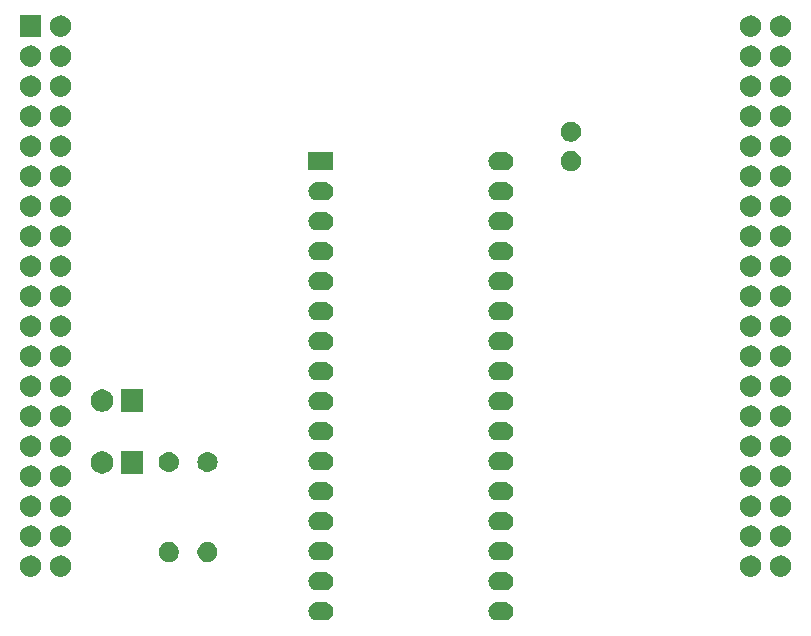
<source format=gbs>
G04 #@! TF.GenerationSoftware,KiCad,Pcbnew,5.1.4+dfsg1-2*
G04 #@! TF.CreationDate,2019-11-28T13:24:12+01:00*
G04 #@! TF.ProjectId,gordon,676f7264-6f6e-42e6-9b69-6361645f7063,rev?*
G04 #@! TF.SameCoordinates,Original*
G04 #@! TF.FileFunction,Soldermask,Bot*
G04 #@! TF.FilePolarity,Negative*
%FSLAX46Y46*%
G04 Gerber Fmt 4.6, Leading zero omitted, Abs format (unit mm)*
G04 Created by KiCad (PCBNEW 5.1.4+dfsg1-2) date 2019-11-28 13:24:12*
%MOMM*%
%LPD*%
G04 APERTURE LIST*
%ADD10C,0.100000*%
G04 APERTURE END LIST*
D10*
G36*
X125695629Y-113607719D02*
G01*
X125771142Y-113615156D01*
X125916476Y-113659243D01*
X125916479Y-113659244D01*
X126050416Y-113730835D01*
X126167817Y-113827183D01*
X126264165Y-113944584D01*
X126335756Y-114078521D01*
X126335757Y-114078524D01*
X126379844Y-114223858D01*
X126394730Y-114375000D01*
X126379844Y-114526142D01*
X126335757Y-114671476D01*
X126335756Y-114671479D01*
X126264165Y-114805416D01*
X126167817Y-114922817D01*
X126050416Y-115019165D01*
X125916479Y-115090756D01*
X125916476Y-115090757D01*
X125771142Y-115134844D01*
X125695629Y-115142281D01*
X125657873Y-115146000D01*
X125022127Y-115146000D01*
X124984371Y-115142281D01*
X124908858Y-115134844D01*
X124763524Y-115090757D01*
X124763521Y-115090756D01*
X124629584Y-115019165D01*
X124512183Y-114922817D01*
X124415835Y-114805416D01*
X124344244Y-114671479D01*
X124344243Y-114671476D01*
X124300156Y-114526142D01*
X124285270Y-114375000D01*
X124300156Y-114223858D01*
X124344243Y-114078524D01*
X124344244Y-114078521D01*
X124415835Y-113944584D01*
X124512183Y-113827183D01*
X124629584Y-113730835D01*
X124763521Y-113659244D01*
X124763524Y-113659243D01*
X124908858Y-113615156D01*
X124984371Y-113607719D01*
X125022127Y-113604000D01*
X125657873Y-113604000D01*
X125695629Y-113607719D01*
X125695629Y-113607719D01*
G37*
G36*
X110455629Y-113607719D02*
G01*
X110531142Y-113615156D01*
X110676476Y-113659243D01*
X110676479Y-113659244D01*
X110810416Y-113730835D01*
X110927817Y-113827183D01*
X111024165Y-113944584D01*
X111095756Y-114078521D01*
X111095757Y-114078524D01*
X111139844Y-114223858D01*
X111154730Y-114375000D01*
X111139844Y-114526142D01*
X111095757Y-114671476D01*
X111095756Y-114671479D01*
X111024165Y-114805416D01*
X110927817Y-114922817D01*
X110810416Y-115019165D01*
X110676479Y-115090756D01*
X110676476Y-115090757D01*
X110531142Y-115134844D01*
X110455629Y-115142281D01*
X110417873Y-115146000D01*
X109782127Y-115146000D01*
X109744371Y-115142281D01*
X109668858Y-115134844D01*
X109523524Y-115090757D01*
X109523521Y-115090756D01*
X109389584Y-115019165D01*
X109272183Y-114922817D01*
X109175835Y-114805416D01*
X109104244Y-114671479D01*
X109104243Y-114671476D01*
X109060156Y-114526142D01*
X109045270Y-114375000D01*
X109060156Y-114223858D01*
X109104243Y-114078524D01*
X109104244Y-114078521D01*
X109175835Y-113944584D01*
X109272183Y-113827183D01*
X109389584Y-113730835D01*
X109523521Y-113659244D01*
X109523524Y-113659243D01*
X109668858Y-113615156D01*
X109744371Y-113607719D01*
X109782127Y-113604000D01*
X110417873Y-113604000D01*
X110455629Y-113607719D01*
X110455629Y-113607719D01*
G37*
G36*
X125695629Y-111067719D02*
G01*
X125771142Y-111075156D01*
X125916476Y-111119243D01*
X125916479Y-111119244D01*
X126050416Y-111190835D01*
X126167817Y-111287183D01*
X126264165Y-111404584D01*
X126335756Y-111538521D01*
X126335757Y-111538524D01*
X126379844Y-111683858D01*
X126394730Y-111835000D01*
X126379844Y-111986142D01*
X126335757Y-112131476D01*
X126335756Y-112131479D01*
X126264165Y-112265416D01*
X126167817Y-112382817D01*
X126050416Y-112479165D01*
X125916479Y-112550756D01*
X125916476Y-112550757D01*
X125771142Y-112594844D01*
X125695629Y-112602281D01*
X125657873Y-112606000D01*
X125022127Y-112606000D01*
X124984371Y-112602281D01*
X124908858Y-112594844D01*
X124763524Y-112550757D01*
X124763521Y-112550756D01*
X124629584Y-112479165D01*
X124512183Y-112382817D01*
X124415835Y-112265416D01*
X124344244Y-112131479D01*
X124344243Y-112131476D01*
X124300156Y-111986142D01*
X124285270Y-111835000D01*
X124300156Y-111683858D01*
X124344243Y-111538524D01*
X124344244Y-111538521D01*
X124415835Y-111404584D01*
X124512183Y-111287183D01*
X124629584Y-111190835D01*
X124763521Y-111119244D01*
X124763524Y-111119243D01*
X124908858Y-111075156D01*
X124984371Y-111067719D01*
X125022127Y-111064000D01*
X125657873Y-111064000D01*
X125695629Y-111067719D01*
X125695629Y-111067719D01*
G37*
G36*
X110455629Y-111067719D02*
G01*
X110531142Y-111075156D01*
X110676476Y-111119243D01*
X110676479Y-111119244D01*
X110810416Y-111190835D01*
X110927817Y-111287183D01*
X111024165Y-111404584D01*
X111095756Y-111538521D01*
X111095757Y-111538524D01*
X111139844Y-111683858D01*
X111154730Y-111835000D01*
X111139844Y-111986142D01*
X111095757Y-112131476D01*
X111095756Y-112131479D01*
X111024165Y-112265416D01*
X110927817Y-112382817D01*
X110810416Y-112479165D01*
X110676479Y-112550756D01*
X110676476Y-112550757D01*
X110531142Y-112594844D01*
X110455629Y-112602281D01*
X110417873Y-112606000D01*
X109782127Y-112606000D01*
X109744371Y-112602281D01*
X109668858Y-112594844D01*
X109523524Y-112550757D01*
X109523521Y-112550756D01*
X109389584Y-112479165D01*
X109272183Y-112382817D01*
X109175835Y-112265416D01*
X109104244Y-112131479D01*
X109104243Y-112131476D01*
X109060156Y-111986142D01*
X109045270Y-111835000D01*
X109060156Y-111683858D01*
X109104243Y-111538524D01*
X109104244Y-111538521D01*
X109175835Y-111404584D01*
X109272183Y-111287183D01*
X109389584Y-111190835D01*
X109523521Y-111119244D01*
X109523524Y-111119243D01*
X109668858Y-111075156D01*
X109744371Y-111067719D01*
X109782127Y-111064000D01*
X110417873Y-111064000D01*
X110455629Y-111067719D01*
X110455629Y-111067719D01*
G37*
G36*
X146598512Y-109663927D02*
G01*
X146747812Y-109693624D01*
X146911784Y-109761544D01*
X147059354Y-109860147D01*
X147184853Y-109985646D01*
X147283456Y-110133216D01*
X147351376Y-110297188D01*
X147386000Y-110471259D01*
X147386000Y-110648741D01*
X147351376Y-110822812D01*
X147283456Y-110986784D01*
X147184853Y-111134354D01*
X147059354Y-111259853D01*
X146911784Y-111358456D01*
X146747812Y-111426376D01*
X146598512Y-111456073D01*
X146573742Y-111461000D01*
X146396258Y-111461000D01*
X146371488Y-111456073D01*
X146222188Y-111426376D01*
X146058216Y-111358456D01*
X145910646Y-111259853D01*
X145785147Y-111134354D01*
X145686544Y-110986784D01*
X145618624Y-110822812D01*
X145584000Y-110648741D01*
X145584000Y-110471259D01*
X145618624Y-110297188D01*
X145686544Y-110133216D01*
X145785147Y-109985646D01*
X145910646Y-109860147D01*
X146058216Y-109761544D01*
X146222188Y-109693624D01*
X146371488Y-109663927D01*
X146396258Y-109659000D01*
X146573742Y-109659000D01*
X146598512Y-109663927D01*
X146598512Y-109663927D01*
G37*
G36*
X88178512Y-109663927D02*
G01*
X88327812Y-109693624D01*
X88491784Y-109761544D01*
X88639354Y-109860147D01*
X88764853Y-109985646D01*
X88863456Y-110133216D01*
X88931376Y-110297188D01*
X88966000Y-110471259D01*
X88966000Y-110648741D01*
X88931376Y-110822812D01*
X88863456Y-110986784D01*
X88764853Y-111134354D01*
X88639354Y-111259853D01*
X88491784Y-111358456D01*
X88327812Y-111426376D01*
X88178512Y-111456073D01*
X88153742Y-111461000D01*
X87976258Y-111461000D01*
X87951488Y-111456073D01*
X87802188Y-111426376D01*
X87638216Y-111358456D01*
X87490646Y-111259853D01*
X87365147Y-111134354D01*
X87266544Y-110986784D01*
X87198624Y-110822812D01*
X87164000Y-110648741D01*
X87164000Y-110471259D01*
X87198624Y-110297188D01*
X87266544Y-110133216D01*
X87365147Y-109985646D01*
X87490646Y-109860147D01*
X87638216Y-109761544D01*
X87802188Y-109693624D01*
X87951488Y-109663927D01*
X87976258Y-109659000D01*
X88153742Y-109659000D01*
X88178512Y-109663927D01*
X88178512Y-109663927D01*
G37*
G36*
X85638512Y-109663927D02*
G01*
X85787812Y-109693624D01*
X85951784Y-109761544D01*
X86099354Y-109860147D01*
X86224853Y-109985646D01*
X86323456Y-110133216D01*
X86391376Y-110297188D01*
X86426000Y-110471259D01*
X86426000Y-110648741D01*
X86391376Y-110822812D01*
X86323456Y-110986784D01*
X86224853Y-111134354D01*
X86099354Y-111259853D01*
X85951784Y-111358456D01*
X85787812Y-111426376D01*
X85638512Y-111456073D01*
X85613742Y-111461000D01*
X85436258Y-111461000D01*
X85411488Y-111456073D01*
X85262188Y-111426376D01*
X85098216Y-111358456D01*
X84950646Y-111259853D01*
X84825147Y-111134354D01*
X84726544Y-110986784D01*
X84658624Y-110822812D01*
X84624000Y-110648741D01*
X84624000Y-110471259D01*
X84658624Y-110297188D01*
X84726544Y-110133216D01*
X84825147Y-109985646D01*
X84950646Y-109860147D01*
X85098216Y-109761544D01*
X85262188Y-109693624D01*
X85411488Y-109663927D01*
X85436258Y-109659000D01*
X85613742Y-109659000D01*
X85638512Y-109663927D01*
X85638512Y-109663927D01*
G37*
G36*
X149138512Y-109663927D02*
G01*
X149287812Y-109693624D01*
X149451784Y-109761544D01*
X149599354Y-109860147D01*
X149724853Y-109985646D01*
X149823456Y-110133216D01*
X149891376Y-110297188D01*
X149926000Y-110471259D01*
X149926000Y-110648741D01*
X149891376Y-110822812D01*
X149823456Y-110986784D01*
X149724853Y-111134354D01*
X149599354Y-111259853D01*
X149451784Y-111358456D01*
X149287812Y-111426376D01*
X149138512Y-111456073D01*
X149113742Y-111461000D01*
X148936258Y-111461000D01*
X148911488Y-111456073D01*
X148762188Y-111426376D01*
X148598216Y-111358456D01*
X148450646Y-111259853D01*
X148325147Y-111134354D01*
X148226544Y-110986784D01*
X148158624Y-110822812D01*
X148124000Y-110648741D01*
X148124000Y-110471259D01*
X148158624Y-110297188D01*
X148226544Y-110133216D01*
X148325147Y-109985646D01*
X148450646Y-109860147D01*
X148598216Y-109761544D01*
X148762188Y-109693624D01*
X148911488Y-109663927D01*
X148936258Y-109659000D01*
X149113742Y-109659000D01*
X149138512Y-109663927D01*
X149138512Y-109663927D01*
G37*
G36*
X100748228Y-108556703D02*
G01*
X100903100Y-108620853D01*
X101042481Y-108713985D01*
X101161015Y-108832519D01*
X101254147Y-108971900D01*
X101318297Y-109126772D01*
X101351000Y-109291184D01*
X101351000Y-109458816D01*
X101318297Y-109623228D01*
X101254147Y-109778100D01*
X101161015Y-109917481D01*
X101042481Y-110036015D01*
X100903100Y-110129147D01*
X100748228Y-110193297D01*
X100583816Y-110226000D01*
X100416184Y-110226000D01*
X100251772Y-110193297D01*
X100096900Y-110129147D01*
X99957519Y-110036015D01*
X99838985Y-109917481D01*
X99745853Y-109778100D01*
X99681703Y-109623228D01*
X99649000Y-109458816D01*
X99649000Y-109291184D01*
X99681703Y-109126772D01*
X99745853Y-108971900D01*
X99838985Y-108832519D01*
X99957519Y-108713985D01*
X100096900Y-108620853D01*
X100251772Y-108556703D01*
X100416184Y-108524000D01*
X100583816Y-108524000D01*
X100748228Y-108556703D01*
X100748228Y-108556703D01*
G37*
G36*
X97473228Y-108556703D02*
G01*
X97628100Y-108620853D01*
X97767481Y-108713985D01*
X97886015Y-108832519D01*
X97979147Y-108971900D01*
X98043297Y-109126772D01*
X98076000Y-109291184D01*
X98076000Y-109458816D01*
X98043297Y-109623228D01*
X97979147Y-109778100D01*
X97886015Y-109917481D01*
X97767481Y-110036015D01*
X97628100Y-110129147D01*
X97473228Y-110193297D01*
X97308816Y-110226000D01*
X97141184Y-110226000D01*
X96976772Y-110193297D01*
X96821900Y-110129147D01*
X96682519Y-110036015D01*
X96563985Y-109917481D01*
X96470853Y-109778100D01*
X96406703Y-109623228D01*
X96374000Y-109458816D01*
X96374000Y-109291184D01*
X96406703Y-109126772D01*
X96470853Y-108971900D01*
X96563985Y-108832519D01*
X96682519Y-108713985D01*
X96821900Y-108620853D01*
X96976772Y-108556703D01*
X97141184Y-108524000D01*
X97308816Y-108524000D01*
X97473228Y-108556703D01*
X97473228Y-108556703D01*
G37*
G36*
X110455629Y-108527719D02*
G01*
X110531142Y-108535156D01*
X110676476Y-108579243D01*
X110676479Y-108579244D01*
X110810416Y-108650835D01*
X110927817Y-108747183D01*
X111024165Y-108864584D01*
X111095756Y-108998521D01*
X111095757Y-108998524D01*
X111139844Y-109143858D01*
X111154730Y-109295000D01*
X111139844Y-109446142D01*
X111135999Y-109458816D01*
X111095756Y-109591479D01*
X111024165Y-109725416D01*
X110927817Y-109842817D01*
X110810416Y-109939165D01*
X110676479Y-110010756D01*
X110676476Y-110010757D01*
X110531142Y-110054844D01*
X110455629Y-110062281D01*
X110417873Y-110066000D01*
X109782127Y-110066000D01*
X109744371Y-110062281D01*
X109668858Y-110054844D01*
X109523524Y-110010757D01*
X109523521Y-110010756D01*
X109389584Y-109939165D01*
X109272183Y-109842817D01*
X109175835Y-109725416D01*
X109104244Y-109591479D01*
X109064001Y-109458816D01*
X109060156Y-109446142D01*
X109045270Y-109295000D01*
X109060156Y-109143858D01*
X109104243Y-108998524D01*
X109104244Y-108998521D01*
X109175835Y-108864584D01*
X109272183Y-108747183D01*
X109389584Y-108650835D01*
X109523521Y-108579244D01*
X109523524Y-108579243D01*
X109668858Y-108535156D01*
X109744371Y-108527719D01*
X109782127Y-108524000D01*
X110417873Y-108524000D01*
X110455629Y-108527719D01*
X110455629Y-108527719D01*
G37*
G36*
X125695629Y-108527719D02*
G01*
X125771142Y-108535156D01*
X125916476Y-108579243D01*
X125916479Y-108579244D01*
X126050416Y-108650835D01*
X126167817Y-108747183D01*
X126264165Y-108864584D01*
X126335756Y-108998521D01*
X126335757Y-108998524D01*
X126379844Y-109143858D01*
X126394730Y-109295000D01*
X126379844Y-109446142D01*
X126375999Y-109458816D01*
X126335756Y-109591479D01*
X126264165Y-109725416D01*
X126167817Y-109842817D01*
X126050416Y-109939165D01*
X125916479Y-110010756D01*
X125916476Y-110010757D01*
X125771142Y-110054844D01*
X125695629Y-110062281D01*
X125657873Y-110066000D01*
X125022127Y-110066000D01*
X124984371Y-110062281D01*
X124908858Y-110054844D01*
X124763524Y-110010757D01*
X124763521Y-110010756D01*
X124629584Y-109939165D01*
X124512183Y-109842817D01*
X124415835Y-109725416D01*
X124344244Y-109591479D01*
X124304001Y-109458816D01*
X124300156Y-109446142D01*
X124285270Y-109295000D01*
X124300156Y-109143858D01*
X124344243Y-108998524D01*
X124344244Y-108998521D01*
X124415835Y-108864584D01*
X124512183Y-108747183D01*
X124629584Y-108650835D01*
X124763521Y-108579244D01*
X124763524Y-108579243D01*
X124908858Y-108535156D01*
X124984371Y-108527719D01*
X125022127Y-108524000D01*
X125657873Y-108524000D01*
X125695629Y-108527719D01*
X125695629Y-108527719D01*
G37*
G36*
X149138512Y-107123927D02*
G01*
X149287812Y-107153624D01*
X149451784Y-107221544D01*
X149599354Y-107320147D01*
X149724853Y-107445646D01*
X149823456Y-107593216D01*
X149891376Y-107757188D01*
X149926000Y-107931259D01*
X149926000Y-108108741D01*
X149891376Y-108282812D01*
X149823456Y-108446784D01*
X149724853Y-108594354D01*
X149599354Y-108719853D01*
X149451784Y-108818456D01*
X149287812Y-108886376D01*
X149138512Y-108916073D01*
X149113742Y-108921000D01*
X148936258Y-108921000D01*
X148911488Y-108916073D01*
X148762188Y-108886376D01*
X148598216Y-108818456D01*
X148450646Y-108719853D01*
X148325147Y-108594354D01*
X148226544Y-108446784D01*
X148158624Y-108282812D01*
X148124000Y-108108741D01*
X148124000Y-107931259D01*
X148158624Y-107757188D01*
X148226544Y-107593216D01*
X148325147Y-107445646D01*
X148450646Y-107320147D01*
X148598216Y-107221544D01*
X148762188Y-107153624D01*
X148911488Y-107123927D01*
X148936258Y-107119000D01*
X149113742Y-107119000D01*
X149138512Y-107123927D01*
X149138512Y-107123927D01*
G37*
G36*
X146598512Y-107123927D02*
G01*
X146747812Y-107153624D01*
X146911784Y-107221544D01*
X147059354Y-107320147D01*
X147184853Y-107445646D01*
X147283456Y-107593216D01*
X147351376Y-107757188D01*
X147386000Y-107931259D01*
X147386000Y-108108741D01*
X147351376Y-108282812D01*
X147283456Y-108446784D01*
X147184853Y-108594354D01*
X147059354Y-108719853D01*
X146911784Y-108818456D01*
X146747812Y-108886376D01*
X146598512Y-108916073D01*
X146573742Y-108921000D01*
X146396258Y-108921000D01*
X146371488Y-108916073D01*
X146222188Y-108886376D01*
X146058216Y-108818456D01*
X145910646Y-108719853D01*
X145785147Y-108594354D01*
X145686544Y-108446784D01*
X145618624Y-108282812D01*
X145584000Y-108108741D01*
X145584000Y-107931259D01*
X145618624Y-107757188D01*
X145686544Y-107593216D01*
X145785147Y-107445646D01*
X145910646Y-107320147D01*
X146058216Y-107221544D01*
X146222188Y-107153624D01*
X146371488Y-107123927D01*
X146396258Y-107119000D01*
X146573742Y-107119000D01*
X146598512Y-107123927D01*
X146598512Y-107123927D01*
G37*
G36*
X85638512Y-107123927D02*
G01*
X85787812Y-107153624D01*
X85951784Y-107221544D01*
X86099354Y-107320147D01*
X86224853Y-107445646D01*
X86323456Y-107593216D01*
X86391376Y-107757188D01*
X86426000Y-107931259D01*
X86426000Y-108108741D01*
X86391376Y-108282812D01*
X86323456Y-108446784D01*
X86224853Y-108594354D01*
X86099354Y-108719853D01*
X85951784Y-108818456D01*
X85787812Y-108886376D01*
X85638512Y-108916073D01*
X85613742Y-108921000D01*
X85436258Y-108921000D01*
X85411488Y-108916073D01*
X85262188Y-108886376D01*
X85098216Y-108818456D01*
X84950646Y-108719853D01*
X84825147Y-108594354D01*
X84726544Y-108446784D01*
X84658624Y-108282812D01*
X84624000Y-108108741D01*
X84624000Y-107931259D01*
X84658624Y-107757188D01*
X84726544Y-107593216D01*
X84825147Y-107445646D01*
X84950646Y-107320147D01*
X85098216Y-107221544D01*
X85262188Y-107153624D01*
X85411488Y-107123927D01*
X85436258Y-107119000D01*
X85613742Y-107119000D01*
X85638512Y-107123927D01*
X85638512Y-107123927D01*
G37*
G36*
X88178512Y-107123927D02*
G01*
X88327812Y-107153624D01*
X88491784Y-107221544D01*
X88639354Y-107320147D01*
X88764853Y-107445646D01*
X88863456Y-107593216D01*
X88931376Y-107757188D01*
X88966000Y-107931259D01*
X88966000Y-108108741D01*
X88931376Y-108282812D01*
X88863456Y-108446784D01*
X88764853Y-108594354D01*
X88639354Y-108719853D01*
X88491784Y-108818456D01*
X88327812Y-108886376D01*
X88178512Y-108916073D01*
X88153742Y-108921000D01*
X87976258Y-108921000D01*
X87951488Y-108916073D01*
X87802188Y-108886376D01*
X87638216Y-108818456D01*
X87490646Y-108719853D01*
X87365147Y-108594354D01*
X87266544Y-108446784D01*
X87198624Y-108282812D01*
X87164000Y-108108741D01*
X87164000Y-107931259D01*
X87198624Y-107757188D01*
X87266544Y-107593216D01*
X87365147Y-107445646D01*
X87490646Y-107320147D01*
X87638216Y-107221544D01*
X87802188Y-107153624D01*
X87951488Y-107123927D01*
X87976258Y-107119000D01*
X88153742Y-107119000D01*
X88178512Y-107123927D01*
X88178512Y-107123927D01*
G37*
G36*
X125695629Y-105987719D02*
G01*
X125771142Y-105995156D01*
X125916476Y-106039243D01*
X125916479Y-106039244D01*
X126050416Y-106110835D01*
X126167817Y-106207183D01*
X126264165Y-106324584D01*
X126335756Y-106458521D01*
X126335757Y-106458524D01*
X126379844Y-106603858D01*
X126394730Y-106755000D01*
X126379844Y-106906142D01*
X126335757Y-107051476D01*
X126335756Y-107051479D01*
X126264165Y-107185416D01*
X126167817Y-107302817D01*
X126050416Y-107399165D01*
X125916479Y-107470756D01*
X125916476Y-107470757D01*
X125771142Y-107514844D01*
X125695629Y-107522281D01*
X125657873Y-107526000D01*
X125022127Y-107526000D01*
X124984371Y-107522281D01*
X124908858Y-107514844D01*
X124763524Y-107470757D01*
X124763521Y-107470756D01*
X124629584Y-107399165D01*
X124512183Y-107302817D01*
X124415835Y-107185416D01*
X124344244Y-107051479D01*
X124344243Y-107051476D01*
X124300156Y-106906142D01*
X124285270Y-106755000D01*
X124300156Y-106603858D01*
X124344243Y-106458524D01*
X124344244Y-106458521D01*
X124415835Y-106324584D01*
X124512183Y-106207183D01*
X124629584Y-106110835D01*
X124763521Y-106039244D01*
X124763524Y-106039243D01*
X124908858Y-105995156D01*
X124984371Y-105987719D01*
X125022127Y-105984000D01*
X125657873Y-105984000D01*
X125695629Y-105987719D01*
X125695629Y-105987719D01*
G37*
G36*
X110455629Y-105987719D02*
G01*
X110531142Y-105995156D01*
X110676476Y-106039243D01*
X110676479Y-106039244D01*
X110810416Y-106110835D01*
X110927817Y-106207183D01*
X111024165Y-106324584D01*
X111095756Y-106458521D01*
X111095757Y-106458524D01*
X111139844Y-106603858D01*
X111154730Y-106755000D01*
X111139844Y-106906142D01*
X111095757Y-107051476D01*
X111095756Y-107051479D01*
X111024165Y-107185416D01*
X110927817Y-107302817D01*
X110810416Y-107399165D01*
X110676479Y-107470756D01*
X110676476Y-107470757D01*
X110531142Y-107514844D01*
X110455629Y-107522281D01*
X110417873Y-107526000D01*
X109782127Y-107526000D01*
X109744371Y-107522281D01*
X109668858Y-107514844D01*
X109523524Y-107470757D01*
X109523521Y-107470756D01*
X109389584Y-107399165D01*
X109272183Y-107302817D01*
X109175835Y-107185416D01*
X109104244Y-107051479D01*
X109104243Y-107051476D01*
X109060156Y-106906142D01*
X109045270Y-106755000D01*
X109060156Y-106603858D01*
X109104243Y-106458524D01*
X109104244Y-106458521D01*
X109175835Y-106324584D01*
X109272183Y-106207183D01*
X109389584Y-106110835D01*
X109523521Y-106039244D01*
X109523524Y-106039243D01*
X109668858Y-105995156D01*
X109744371Y-105987719D01*
X109782127Y-105984000D01*
X110417873Y-105984000D01*
X110455629Y-105987719D01*
X110455629Y-105987719D01*
G37*
G36*
X146598512Y-104583927D02*
G01*
X146747812Y-104613624D01*
X146911784Y-104681544D01*
X147059354Y-104780147D01*
X147184853Y-104905646D01*
X147283456Y-105053216D01*
X147351376Y-105217188D01*
X147386000Y-105391259D01*
X147386000Y-105568741D01*
X147351376Y-105742812D01*
X147283456Y-105906784D01*
X147184853Y-106054354D01*
X147059354Y-106179853D01*
X146911784Y-106278456D01*
X146747812Y-106346376D01*
X146598512Y-106376073D01*
X146573742Y-106381000D01*
X146396258Y-106381000D01*
X146371488Y-106376073D01*
X146222188Y-106346376D01*
X146058216Y-106278456D01*
X145910646Y-106179853D01*
X145785147Y-106054354D01*
X145686544Y-105906784D01*
X145618624Y-105742812D01*
X145584000Y-105568741D01*
X145584000Y-105391259D01*
X145618624Y-105217188D01*
X145686544Y-105053216D01*
X145785147Y-104905646D01*
X145910646Y-104780147D01*
X146058216Y-104681544D01*
X146222188Y-104613624D01*
X146371488Y-104583927D01*
X146396258Y-104579000D01*
X146573742Y-104579000D01*
X146598512Y-104583927D01*
X146598512Y-104583927D01*
G37*
G36*
X149138512Y-104583927D02*
G01*
X149287812Y-104613624D01*
X149451784Y-104681544D01*
X149599354Y-104780147D01*
X149724853Y-104905646D01*
X149823456Y-105053216D01*
X149891376Y-105217188D01*
X149926000Y-105391259D01*
X149926000Y-105568741D01*
X149891376Y-105742812D01*
X149823456Y-105906784D01*
X149724853Y-106054354D01*
X149599354Y-106179853D01*
X149451784Y-106278456D01*
X149287812Y-106346376D01*
X149138512Y-106376073D01*
X149113742Y-106381000D01*
X148936258Y-106381000D01*
X148911488Y-106376073D01*
X148762188Y-106346376D01*
X148598216Y-106278456D01*
X148450646Y-106179853D01*
X148325147Y-106054354D01*
X148226544Y-105906784D01*
X148158624Y-105742812D01*
X148124000Y-105568741D01*
X148124000Y-105391259D01*
X148158624Y-105217188D01*
X148226544Y-105053216D01*
X148325147Y-104905646D01*
X148450646Y-104780147D01*
X148598216Y-104681544D01*
X148762188Y-104613624D01*
X148911488Y-104583927D01*
X148936258Y-104579000D01*
X149113742Y-104579000D01*
X149138512Y-104583927D01*
X149138512Y-104583927D01*
G37*
G36*
X85638512Y-104583927D02*
G01*
X85787812Y-104613624D01*
X85951784Y-104681544D01*
X86099354Y-104780147D01*
X86224853Y-104905646D01*
X86323456Y-105053216D01*
X86391376Y-105217188D01*
X86426000Y-105391259D01*
X86426000Y-105568741D01*
X86391376Y-105742812D01*
X86323456Y-105906784D01*
X86224853Y-106054354D01*
X86099354Y-106179853D01*
X85951784Y-106278456D01*
X85787812Y-106346376D01*
X85638512Y-106376073D01*
X85613742Y-106381000D01*
X85436258Y-106381000D01*
X85411488Y-106376073D01*
X85262188Y-106346376D01*
X85098216Y-106278456D01*
X84950646Y-106179853D01*
X84825147Y-106054354D01*
X84726544Y-105906784D01*
X84658624Y-105742812D01*
X84624000Y-105568741D01*
X84624000Y-105391259D01*
X84658624Y-105217188D01*
X84726544Y-105053216D01*
X84825147Y-104905646D01*
X84950646Y-104780147D01*
X85098216Y-104681544D01*
X85262188Y-104613624D01*
X85411488Y-104583927D01*
X85436258Y-104579000D01*
X85613742Y-104579000D01*
X85638512Y-104583927D01*
X85638512Y-104583927D01*
G37*
G36*
X88178512Y-104583927D02*
G01*
X88327812Y-104613624D01*
X88491784Y-104681544D01*
X88639354Y-104780147D01*
X88764853Y-104905646D01*
X88863456Y-105053216D01*
X88931376Y-105217188D01*
X88966000Y-105391259D01*
X88966000Y-105568741D01*
X88931376Y-105742812D01*
X88863456Y-105906784D01*
X88764853Y-106054354D01*
X88639354Y-106179853D01*
X88491784Y-106278456D01*
X88327812Y-106346376D01*
X88178512Y-106376073D01*
X88153742Y-106381000D01*
X87976258Y-106381000D01*
X87951488Y-106376073D01*
X87802188Y-106346376D01*
X87638216Y-106278456D01*
X87490646Y-106179853D01*
X87365147Y-106054354D01*
X87266544Y-105906784D01*
X87198624Y-105742812D01*
X87164000Y-105568741D01*
X87164000Y-105391259D01*
X87198624Y-105217188D01*
X87266544Y-105053216D01*
X87365147Y-104905646D01*
X87490646Y-104780147D01*
X87638216Y-104681544D01*
X87802188Y-104613624D01*
X87951488Y-104583927D01*
X87976258Y-104579000D01*
X88153742Y-104579000D01*
X88178512Y-104583927D01*
X88178512Y-104583927D01*
G37*
G36*
X125695629Y-103447719D02*
G01*
X125771142Y-103455156D01*
X125916476Y-103499243D01*
X125916479Y-103499244D01*
X126050416Y-103570835D01*
X126167817Y-103667183D01*
X126264165Y-103784584D01*
X126335756Y-103918521D01*
X126335757Y-103918524D01*
X126379844Y-104063858D01*
X126394730Y-104215000D01*
X126379844Y-104366142D01*
X126335757Y-104511476D01*
X126335756Y-104511479D01*
X126264165Y-104645416D01*
X126167817Y-104762817D01*
X126050416Y-104859165D01*
X125916479Y-104930756D01*
X125916476Y-104930757D01*
X125771142Y-104974844D01*
X125695629Y-104982281D01*
X125657873Y-104986000D01*
X125022127Y-104986000D01*
X124984371Y-104982281D01*
X124908858Y-104974844D01*
X124763524Y-104930757D01*
X124763521Y-104930756D01*
X124629584Y-104859165D01*
X124512183Y-104762817D01*
X124415835Y-104645416D01*
X124344244Y-104511479D01*
X124344243Y-104511476D01*
X124300156Y-104366142D01*
X124285270Y-104215000D01*
X124300156Y-104063858D01*
X124344243Y-103918524D01*
X124344244Y-103918521D01*
X124415835Y-103784584D01*
X124512183Y-103667183D01*
X124629584Y-103570835D01*
X124763521Y-103499244D01*
X124763524Y-103499243D01*
X124908858Y-103455156D01*
X124984371Y-103447719D01*
X125022127Y-103444000D01*
X125657873Y-103444000D01*
X125695629Y-103447719D01*
X125695629Y-103447719D01*
G37*
G36*
X110455629Y-103447719D02*
G01*
X110531142Y-103455156D01*
X110676476Y-103499243D01*
X110676479Y-103499244D01*
X110810416Y-103570835D01*
X110927817Y-103667183D01*
X111024165Y-103784584D01*
X111095756Y-103918521D01*
X111095757Y-103918524D01*
X111139844Y-104063858D01*
X111154730Y-104215000D01*
X111139844Y-104366142D01*
X111095757Y-104511476D01*
X111095756Y-104511479D01*
X111024165Y-104645416D01*
X110927817Y-104762817D01*
X110810416Y-104859165D01*
X110676479Y-104930756D01*
X110676476Y-104930757D01*
X110531142Y-104974844D01*
X110455629Y-104982281D01*
X110417873Y-104986000D01*
X109782127Y-104986000D01*
X109744371Y-104982281D01*
X109668858Y-104974844D01*
X109523524Y-104930757D01*
X109523521Y-104930756D01*
X109389584Y-104859165D01*
X109272183Y-104762817D01*
X109175835Y-104645416D01*
X109104244Y-104511479D01*
X109104243Y-104511476D01*
X109060156Y-104366142D01*
X109045270Y-104215000D01*
X109060156Y-104063858D01*
X109104243Y-103918524D01*
X109104244Y-103918521D01*
X109175835Y-103784584D01*
X109272183Y-103667183D01*
X109389584Y-103570835D01*
X109523521Y-103499244D01*
X109523524Y-103499243D01*
X109668858Y-103455156D01*
X109744371Y-103447719D01*
X109782127Y-103444000D01*
X110417873Y-103444000D01*
X110455629Y-103447719D01*
X110455629Y-103447719D01*
G37*
G36*
X146598512Y-102043927D02*
G01*
X146747812Y-102073624D01*
X146911784Y-102141544D01*
X147059354Y-102240147D01*
X147184853Y-102365646D01*
X147283456Y-102513216D01*
X147351376Y-102677188D01*
X147386000Y-102851259D01*
X147386000Y-103028741D01*
X147351376Y-103202812D01*
X147283456Y-103366784D01*
X147184853Y-103514354D01*
X147059354Y-103639853D01*
X146911784Y-103738456D01*
X146747812Y-103806376D01*
X146598512Y-103836073D01*
X146573742Y-103841000D01*
X146396258Y-103841000D01*
X146371488Y-103836073D01*
X146222188Y-103806376D01*
X146058216Y-103738456D01*
X145910646Y-103639853D01*
X145785147Y-103514354D01*
X145686544Y-103366784D01*
X145618624Y-103202812D01*
X145584000Y-103028741D01*
X145584000Y-102851259D01*
X145618624Y-102677188D01*
X145686544Y-102513216D01*
X145785147Y-102365646D01*
X145910646Y-102240147D01*
X146058216Y-102141544D01*
X146222188Y-102073624D01*
X146371488Y-102043927D01*
X146396258Y-102039000D01*
X146573742Y-102039000D01*
X146598512Y-102043927D01*
X146598512Y-102043927D01*
G37*
G36*
X149138512Y-102043927D02*
G01*
X149287812Y-102073624D01*
X149451784Y-102141544D01*
X149599354Y-102240147D01*
X149724853Y-102365646D01*
X149823456Y-102513216D01*
X149891376Y-102677188D01*
X149926000Y-102851259D01*
X149926000Y-103028741D01*
X149891376Y-103202812D01*
X149823456Y-103366784D01*
X149724853Y-103514354D01*
X149599354Y-103639853D01*
X149451784Y-103738456D01*
X149287812Y-103806376D01*
X149138512Y-103836073D01*
X149113742Y-103841000D01*
X148936258Y-103841000D01*
X148911488Y-103836073D01*
X148762188Y-103806376D01*
X148598216Y-103738456D01*
X148450646Y-103639853D01*
X148325147Y-103514354D01*
X148226544Y-103366784D01*
X148158624Y-103202812D01*
X148124000Y-103028741D01*
X148124000Y-102851259D01*
X148158624Y-102677188D01*
X148226544Y-102513216D01*
X148325147Y-102365646D01*
X148450646Y-102240147D01*
X148598216Y-102141544D01*
X148762188Y-102073624D01*
X148911488Y-102043927D01*
X148936258Y-102039000D01*
X149113742Y-102039000D01*
X149138512Y-102043927D01*
X149138512Y-102043927D01*
G37*
G36*
X85638512Y-102043927D02*
G01*
X85787812Y-102073624D01*
X85951784Y-102141544D01*
X86099354Y-102240147D01*
X86224853Y-102365646D01*
X86323456Y-102513216D01*
X86391376Y-102677188D01*
X86426000Y-102851259D01*
X86426000Y-103028741D01*
X86391376Y-103202812D01*
X86323456Y-103366784D01*
X86224853Y-103514354D01*
X86099354Y-103639853D01*
X85951784Y-103738456D01*
X85787812Y-103806376D01*
X85638512Y-103836073D01*
X85613742Y-103841000D01*
X85436258Y-103841000D01*
X85411488Y-103836073D01*
X85262188Y-103806376D01*
X85098216Y-103738456D01*
X84950646Y-103639853D01*
X84825147Y-103514354D01*
X84726544Y-103366784D01*
X84658624Y-103202812D01*
X84624000Y-103028741D01*
X84624000Y-102851259D01*
X84658624Y-102677188D01*
X84726544Y-102513216D01*
X84825147Y-102365646D01*
X84950646Y-102240147D01*
X85098216Y-102141544D01*
X85262188Y-102073624D01*
X85411488Y-102043927D01*
X85436258Y-102039000D01*
X85613742Y-102039000D01*
X85638512Y-102043927D01*
X85638512Y-102043927D01*
G37*
G36*
X88178512Y-102043927D02*
G01*
X88327812Y-102073624D01*
X88491784Y-102141544D01*
X88639354Y-102240147D01*
X88764853Y-102365646D01*
X88863456Y-102513216D01*
X88931376Y-102677188D01*
X88966000Y-102851259D01*
X88966000Y-103028741D01*
X88931376Y-103202812D01*
X88863456Y-103366784D01*
X88764853Y-103514354D01*
X88639354Y-103639853D01*
X88491784Y-103738456D01*
X88327812Y-103806376D01*
X88178512Y-103836073D01*
X88153742Y-103841000D01*
X87976258Y-103841000D01*
X87951488Y-103836073D01*
X87802188Y-103806376D01*
X87638216Y-103738456D01*
X87490646Y-103639853D01*
X87365147Y-103514354D01*
X87266544Y-103366784D01*
X87198624Y-103202812D01*
X87164000Y-103028741D01*
X87164000Y-102851259D01*
X87198624Y-102677188D01*
X87266544Y-102513216D01*
X87365147Y-102365646D01*
X87490646Y-102240147D01*
X87638216Y-102141544D01*
X87802188Y-102073624D01*
X87951488Y-102043927D01*
X87976258Y-102039000D01*
X88153742Y-102039000D01*
X88178512Y-102043927D01*
X88178512Y-102043927D01*
G37*
G36*
X91837395Y-100860546D02*
G01*
X92010466Y-100932234D01*
X92010467Y-100932235D01*
X92166227Y-101036310D01*
X92298690Y-101168773D01*
X92298691Y-101168775D01*
X92402766Y-101324534D01*
X92474454Y-101497605D01*
X92511000Y-101681333D01*
X92511000Y-101868667D01*
X92474454Y-102052395D01*
X92402766Y-102225466D01*
X92399684Y-102230078D01*
X92298690Y-102381227D01*
X92166227Y-102513690D01*
X92087818Y-102566081D01*
X92010466Y-102617766D01*
X91837395Y-102689454D01*
X91653667Y-102726000D01*
X91466333Y-102726000D01*
X91282605Y-102689454D01*
X91109534Y-102617766D01*
X91032182Y-102566081D01*
X90953773Y-102513690D01*
X90821310Y-102381227D01*
X90720316Y-102230078D01*
X90717234Y-102225466D01*
X90645546Y-102052395D01*
X90609000Y-101868667D01*
X90609000Y-101681333D01*
X90645546Y-101497605D01*
X90717234Y-101324534D01*
X90821309Y-101168775D01*
X90821310Y-101168773D01*
X90953773Y-101036310D01*
X91109533Y-100932235D01*
X91109534Y-100932234D01*
X91282605Y-100860546D01*
X91466333Y-100824000D01*
X91653667Y-100824000D01*
X91837395Y-100860546D01*
X91837395Y-100860546D01*
G37*
G36*
X95051000Y-102726000D02*
G01*
X93149000Y-102726000D01*
X93149000Y-100824000D01*
X95051000Y-100824000D01*
X95051000Y-102726000D01*
X95051000Y-102726000D01*
G37*
G36*
X97391823Y-100916313D02*
G01*
X97552242Y-100964976D01*
X97675455Y-101030835D01*
X97700078Y-101043996D01*
X97829659Y-101150341D01*
X97936004Y-101279922D01*
X97936005Y-101279924D01*
X98015024Y-101427758D01*
X98063687Y-101588177D01*
X98080117Y-101755000D01*
X98063687Y-101921823D01*
X98015024Y-102082242D01*
X97983326Y-102141544D01*
X97936004Y-102230078D01*
X97829659Y-102359659D01*
X97700078Y-102466004D01*
X97700076Y-102466005D01*
X97552242Y-102545024D01*
X97391823Y-102593687D01*
X97266804Y-102606000D01*
X97183196Y-102606000D01*
X97058177Y-102593687D01*
X96897758Y-102545024D01*
X96749924Y-102466005D01*
X96749922Y-102466004D01*
X96620341Y-102359659D01*
X96513996Y-102230078D01*
X96466674Y-102141544D01*
X96434976Y-102082242D01*
X96386313Y-101921823D01*
X96369883Y-101755000D01*
X96386313Y-101588177D01*
X96434976Y-101427758D01*
X96513995Y-101279924D01*
X96513996Y-101279922D01*
X96620341Y-101150341D01*
X96749922Y-101043996D01*
X96774545Y-101030835D01*
X96897758Y-100964976D01*
X97058177Y-100916313D01*
X97183196Y-100904000D01*
X97266804Y-100904000D01*
X97391823Y-100916313D01*
X97391823Y-100916313D01*
G37*
G36*
X100666823Y-100916313D02*
G01*
X100827242Y-100964976D01*
X100950455Y-101030835D01*
X100975078Y-101043996D01*
X101104659Y-101150341D01*
X101211004Y-101279922D01*
X101211005Y-101279924D01*
X101290024Y-101427758D01*
X101338687Y-101588177D01*
X101355117Y-101755000D01*
X101338687Y-101921823D01*
X101290024Y-102082242D01*
X101258326Y-102141544D01*
X101211004Y-102230078D01*
X101104659Y-102359659D01*
X100975078Y-102466004D01*
X100975076Y-102466005D01*
X100827242Y-102545024D01*
X100666823Y-102593687D01*
X100541804Y-102606000D01*
X100458196Y-102606000D01*
X100333177Y-102593687D01*
X100172758Y-102545024D01*
X100024924Y-102466005D01*
X100024922Y-102466004D01*
X99895341Y-102359659D01*
X99788996Y-102230078D01*
X99741674Y-102141544D01*
X99709976Y-102082242D01*
X99661313Y-101921823D01*
X99644883Y-101755000D01*
X99661313Y-101588177D01*
X99709976Y-101427758D01*
X99788995Y-101279924D01*
X99788996Y-101279922D01*
X99895341Y-101150341D01*
X100024922Y-101043996D01*
X100049545Y-101030835D01*
X100172758Y-100964976D01*
X100333177Y-100916313D01*
X100458196Y-100904000D01*
X100541804Y-100904000D01*
X100666823Y-100916313D01*
X100666823Y-100916313D01*
G37*
G36*
X125695629Y-100907719D02*
G01*
X125771142Y-100915156D01*
X125916476Y-100959243D01*
X125916479Y-100959244D01*
X126050416Y-101030835D01*
X126167817Y-101127183D01*
X126264165Y-101244584D01*
X126335756Y-101378521D01*
X126335757Y-101378524D01*
X126379844Y-101523858D01*
X126394730Y-101675000D01*
X126379844Y-101826142D01*
X126335757Y-101971476D01*
X126335756Y-101971479D01*
X126264165Y-102105416D01*
X126167817Y-102222817D01*
X126050416Y-102319165D01*
X125916479Y-102390756D01*
X125916476Y-102390757D01*
X125771142Y-102434844D01*
X125695629Y-102442281D01*
X125657873Y-102446000D01*
X125022127Y-102446000D01*
X124984371Y-102442281D01*
X124908858Y-102434844D01*
X124763524Y-102390757D01*
X124763521Y-102390756D01*
X124629584Y-102319165D01*
X124512183Y-102222817D01*
X124415835Y-102105416D01*
X124344244Y-101971479D01*
X124344243Y-101971476D01*
X124300156Y-101826142D01*
X124285270Y-101675000D01*
X124300156Y-101523858D01*
X124344243Y-101378524D01*
X124344244Y-101378521D01*
X124415835Y-101244584D01*
X124512183Y-101127183D01*
X124629584Y-101030835D01*
X124763521Y-100959244D01*
X124763524Y-100959243D01*
X124908858Y-100915156D01*
X124984371Y-100907719D01*
X125022127Y-100904000D01*
X125657873Y-100904000D01*
X125695629Y-100907719D01*
X125695629Y-100907719D01*
G37*
G36*
X110455629Y-100907719D02*
G01*
X110531142Y-100915156D01*
X110676476Y-100959243D01*
X110676479Y-100959244D01*
X110810416Y-101030835D01*
X110927817Y-101127183D01*
X111024165Y-101244584D01*
X111095756Y-101378521D01*
X111095757Y-101378524D01*
X111139844Y-101523858D01*
X111154730Y-101675000D01*
X111139844Y-101826142D01*
X111095757Y-101971476D01*
X111095756Y-101971479D01*
X111024165Y-102105416D01*
X110927817Y-102222817D01*
X110810416Y-102319165D01*
X110676479Y-102390756D01*
X110676476Y-102390757D01*
X110531142Y-102434844D01*
X110455629Y-102442281D01*
X110417873Y-102446000D01*
X109782127Y-102446000D01*
X109744371Y-102442281D01*
X109668858Y-102434844D01*
X109523524Y-102390757D01*
X109523521Y-102390756D01*
X109389584Y-102319165D01*
X109272183Y-102222817D01*
X109175835Y-102105416D01*
X109104244Y-101971479D01*
X109104243Y-101971476D01*
X109060156Y-101826142D01*
X109045270Y-101675000D01*
X109060156Y-101523858D01*
X109104243Y-101378524D01*
X109104244Y-101378521D01*
X109175835Y-101244584D01*
X109272183Y-101127183D01*
X109389584Y-101030835D01*
X109523521Y-100959244D01*
X109523524Y-100959243D01*
X109668858Y-100915156D01*
X109744371Y-100907719D01*
X109782127Y-100904000D01*
X110417873Y-100904000D01*
X110455629Y-100907719D01*
X110455629Y-100907719D01*
G37*
G36*
X146598512Y-99503927D02*
G01*
X146747812Y-99533624D01*
X146911784Y-99601544D01*
X147059354Y-99700147D01*
X147184853Y-99825646D01*
X147283456Y-99973216D01*
X147351376Y-100137188D01*
X147386000Y-100311259D01*
X147386000Y-100488741D01*
X147351376Y-100662812D01*
X147283456Y-100826784D01*
X147184853Y-100974354D01*
X147059354Y-101099853D01*
X146911784Y-101198456D01*
X146747812Y-101266376D01*
X146598512Y-101296073D01*
X146573742Y-101301000D01*
X146396258Y-101301000D01*
X146371488Y-101296073D01*
X146222188Y-101266376D01*
X146058216Y-101198456D01*
X145910646Y-101099853D01*
X145785147Y-100974354D01*
X145686544Y-100826784D01*
X145618624Y-100662812D01*
X145584000Y-100488741D01*
X145584000Y-100311259D01*
X145618624Y-100137188D01*
X145686544Y-99973216D01*
X145785147Y-99825646D01*
X145910646Y-99700147D01*
X146058216Y-99601544D01*
X146222188Y-99533624D01*
X146371488Y-99503927D01*
X146396258Y-99499000D01*
X146573742Y-99499000D01*
X146598512Y-99503927D01*
X146598512Y-99503927D01*
G37*
G36*
X88178512Y-99503927D02*
G01*
X88327812Y-99533624D01*
X88491784Y-99601544D01*
X88639354Y-99700147D01*
X88764853Y-99825646D01*
X88863456Y-99973216D01*
X88931376Y-100137188D01*
X88966000Y-100311259D01*
X88966000Y-100488741D01*
X88931376Y-100662812D01*
X88863456Y-100826784D01*
X88764853Y-100974354D01*
X88639354Y-101099853D01*
X88491784Y-101198456D01*
X88327812Y-101266376D01*
X88178512Y-101296073D01*
X88153742Y-101301000D01*
X87976258Y-101301000D01*
X87951488Y-101296073D01*
X87802188Y-101266376D01*
X87638216Y-101198456D01*
X87490646Y-101099853D01*
X87365147Y-100974354D01*
X87266544Y-100826784D01*
X87198624Y-100662812D01*
X87164000Y-100488741D01*
X87164000Y-100311259D01*
X87198624Y-100137188D01*
X87266544Y-99973216D01*
X87365147Y-99825646D01*
X87490646Y-99700147D01*
X87638216Y-99601544D01*
X87802188Y-99533624D01*
X87951488Y-99503927D01*
X87976258Y-99499000D01*
X88153742Y-99499000D01*
X88178512Y-99503927D01*
X88178512Y-99503927D01*
G37*
G36*
X85638512Y-99503927D02*
G01*
X85787812Y-99533624D01*
X85951784Y-99601544D01*
X86099354Y-99700147D01*
X86224853Y-99825646D01*
X86323456Y-99973216D01*
X86391376Y-100137188D01*
X86426000Y-100311259D01*
X86426000Y-100488741D01*
X86391376Y-100662812D01*
X86323456Y-100826784D01*
X86224853Y-100974354D01*
X86099354Y-101099853D01*
X85951784Y-101198456D01*
X85787812Y-101266376D01*
X85638512Y-101296073D01*
X85613742Y-101301000D01*
X85436258Y-101301000D01*
X85411488Y-101296073D01*
X85262188Y-101266376D01*
X85098216Y-101198456D01*
X84950646Y-101099853D01*
X84825147Y-100974354D01*
X84726544Y-100826784D01*
X84658624Y-100662812D01*
X84624000Y-100488741D01*
X84624000Y-100311259D01*
X84658624Y-100137188D01*
X84726544Y-99973216D01*
X84825147Y-99825646D01*
X84950646Y-99700147D01*
X85098216Y-99601544D01*
X85262188Y-99533624D01*
X85411488Y-99503927D01*
X85436258Y-99499000D01*
X85613742Y-99499000D01*
X85638512Y-99503927D01*
X85638512Y-99503927D01*
G37*
G36*
X149138512Y-99503927D02*
G01*
X149287812Y-99533624D01*
X149451784Y-99601544D01*
X149599354Y-99700147D01*
X149724853Y-99825646D01*
X149823456Y-99973216D01*
X149891376Y-100137188D01*
X149926000Y-100311259D01*
X149926000Y-100488741D01*
X149891376Y-100662812D01*
X149823456Y-100826784D01*
X149724853Y-100974354D01*
X149599354Y-101099853D01*
X149451784Y-101198456D01*
X149287812Y-101266376D01*
X149138512Y-101296073D01*
X149113742Y-101301000D01*
X148936258Y-101301000D01*
X148911488Y-101296073D01*
X148762188Y-101266376D01*
X148598216Y-101198456D01*
X148450646Y-101099853D01*
X148325147Y-100974354D01*
X148226544Y-100826784D01*
X148158624Y-100662812D01*
X148124000Y-100488741D01*
X148124000Y-100311259D01*
X148158624Y-100137188D01*
X148226544Y-99973216D01*
X148325147Y-99825646D01*
X148450646Y-99700147D01*
X148598216Y-99601544D01*
X148762188Y-99533624D01*
X148911488Y-99503927D01*
X148936258Y-99499000D01*
X149113742Y-99499000D01*
X149138512Y-99503927D01*
X149138512Y-99503927D01*
G37*
G36*
X125695629Y-98367719D02*
G01*
X125771142Y-98375156D01*
X125916476Y-98419243D01*
X125916479Y-98419244D01*
X126050416Y-98490835D01*
X126167817Y-98587183D01*
X126264165Y-98704584D01*
X126335756Y-98838521D01*
X126335757Y-98838524D01*
X126379844Y-98983858D01*
X126394730Y-99135000D01*
X126379844Y-99286142D01*
X126335757Y-99431476D01*
X126335756Y-99431479D01*
X126264165Y-99565416D01*
X126167817Y-99682817D01*
X126050416Y-99779165D01*
X125916479Y-99850756D01*
X125916476Y-99850757D01*
X125771142Y-99894844D01*
X125695629Y-99902281D01*
X125657873Y-99906000D01*
X125022127Y-99906000D01*
X124984371Y-99902281D01*
X124908858Y-99894844D01*
X124763524Y-99850757D01*
X124763521Y-99850756D01*
X124629584Y-99779165D01*
X124512183Y-99682817D01*
X124415835Y-99565416D01*
X124344244Y-99431479D01*
X124344243Y-99431476D01*
X124300156Y-99286142D01*
X124285270Y-99135000D01*
X124300156Y-98983858D01*
X124344243Y-98838524D01*
X124344244Y-98838521D01*
X124415835Y-98704584D01*
X124512183Y-98587183D01*
X124629584Y-98490835D01*
X124763521Y-98419244D01*
X124763524Y-98419243D01*
X124908858Y-98375156D01*
X124984371Y-98367719D01*
X125022127Y-98364000D01*
X125657873Y-98364000D01*
X125695629Y-98367719D01*
X125695629Y-98367719D01*
G37*
G36*
X110455629Y-98367719D02*
G01*
X110531142Y-98375156D01*
X110676476Y-98419243D01*
X110676479Y-98419244D01*
X110810416Y-98490835D01*
X110927817Y-98587183D01*
X111024165Y-98704584D01*
X111095756Y-98838521D01*
X111095757Y-98838524D01*
X111139844Y-98983858D01*
X111154730Y-99135000D01*
X111139844Y-99286142D01*
X111095757Y-99431476D01*
X111095756Y-99431479D01*
X111024165Y-99565416D01*
X110927817Y-99682817D01*
X110810416Y-99779165D01*
X110676479Y-99850756D01*
X110676476Y-99850757D01*
X110531142Y-99894844D01*
X110455629Y-99902281D01*
X110417873Y-99906000D01*
X109782127Y-99906000D01*
X109744371Y-99902281D01*
X109668858Y-99894844D01*
X109523524Y-99850757D01*
X109523521Y-99850756D01*
X109389584Y-99779165D01*
X109272183Y-99682817D01*
X109175835Y-99565416D01*
X109104244Y-99431479D01*
X109104243Y-99431476D01*
X109060156Y-99286142D01*
X109045270Y-99135000D01*
X109060156Y-98983858D01*
X109104243Y-98838524D01*
X109104244Y-98838521D01*
X109175835Y-98704584D01*
X109272183Y-98587183D01*
X109389584Y-98490835D01*
X109523521Y-98419244D01*
X109523524Y-98419243D01*
X109668858Y-98375156D01*
X109744371Y-98367719D01*
X109782127Y-98364000D01*
X110417873Y-98364000D01*
X110455629Y-98367719D01*
X110455629Y-98367719D01*
G37*
G36*
X149138512Y-96963927D02*
G01*
X149287812Y-96993624D01*
X149451784Y-97061544D01*
X149599354Y-97160147D01*
X149724853Y-97285646D01*
X149823456Y-97433216D01*
X149891376Y-97597188D01*
X149926000Y-97771259D01*
X149926000Y-97948741D01*
X149891376Y-98122812D01*
X149823456Y-98286784D01*
X149724853Y-98434354D01*
X149599354Y-98559853D01*
X149451784Y-98658456D01*
X149287812Y-98726376D01*
X149138512Y-98756073D01*
X149113742Y-98761000D01*
X148936258Y-98761000D01*
X148911488Y-98756073D01*
X148762188Y-98726376D01*
X148598216Y-98658456D01*
X148450646Y-98559853D01*
X148325147Y-98434354D01*
X148226544Y-98286784D01*
X148158624Y-98122812D01*
X148124000Y-97948741D01*
X148124000Y-97771259D01*
X148158624Y-97597188D01*
X148226544Y-97433216D01*
X148325147Y-97285646D01*
X148450646Y-97160147D01*
X148598216Y-97061544D01*
X148762188Y-96993624D01*
X148911488Y-96963927D01*
X148936258Y-96959000D01*
X149113742Y-96959000D01*
X149138512Y-96963927D01*
X149138512Y-96963927D01*
G37*
G36*
X88178512Y-96963927D02*
G01*
X88327812Y-96993624D01*
X88491784Y-97061544D01*
X88639354Y-97160147D01*
X88764853Y-97285646D01*
X88863456Y-97433216D01*
X88931376Y-97597188D01*
X88966000Y-97771259D01*
X88966000Y-97948741D01*
X88931376Y-98122812D01*
X88863456Y-98286784D01*
X88764853Y-98434354D01*
X88639354Y-98559853D01*
X88491784Y-98658456D01*
X88327812Y-98726376D01*
X88178512Y-98756073D01*
X88153742Y-98761000D01*
X87976258Y-98761000D01*
X87951488Y-98756073D01*
X87802188Y-98726376D01*
X87638216Y-98658456D01*
X87490646Y-98559853D01*
X87365147Y-98434354D01*
X87266544Y-98286784D01*
X87198624Y-98122812D01*
X87164000Y-97948741D01*
X87164000Y-97771259D01*
X87198624Y-97597188D01*
X87266544Y-97433216D01*
X87365147Y-97285646D01*
X87490646Y-97160147D01*
X87638216Y-97061544D01*
X87802188Y-96993624D01*
X87951488Y-96963927D01*
X87976258Y-96959000D01*
X88153742Y-96959000D01*
X88178512Y-96963927D01*
X88178512Y-96963927D01*
G37*
G36*
X85638512Y-96963927D02*
G01*
X85787812Y-96993624D01*
X85951784Y-97061544D01*
X86099354Y-97160147D01*
X86224853Y-97285646D01*
X86323456Y-97433216D01*
X86391376Y-97597188D01*
X86426000Y-97771259D01*
X86426000Y-97948741D01*
X86391376Y-98122812D01*
X86323456Y-98286784D01*
X86224853Y-98434354D01*
X86099354Y-98559853D01*
X85951784Y-98658456D01*
X85787812Y-98726376D01*
X85638512Y-98756073D01*
X85613742Y-98761000D01*
X85436258Y-98761000D01*
X85411488Y-98756073D01*
X85262188Y-98726376D01*
X85098216Y-98658456D01*
X84950646Y-98559853D01*
X84825147Y-98434354D01*
X84726544Y-98286784D01*
X84658624Y-98122812D01*
X84624000Y-97948741D01*
X84624000Y-97771259D01*
X84658624Y-97597188D01*
X84726544Y-97433216D01*
X84825147Y-97285646D01*
X84950646Y-97160147D01*
X85098216Y-97061544D01*
X85262188Y-96993624D01*
X85411488Y-96963927D01*
X85436258Y-96959000D01*
X85613742Y-96959000D01*
X85638512Y-96963927D01*
X85638512Y-96963927D01*
G37*
G36*
X146598512Y-96963927D02*
G01*
X146747812Y-96993624D01*
X146911784Y-97061544D01*
X147059354Y-97160147D01*
X147184853Y-97285646D01*
X147283456Y-97433216D01*
X147351376Y-97597188D01*
X147386000Y-97771259D01*
X147386000Y-97948741D01*
X147351376Y-98122812D01*
X147283456Y-98286784D01*
X147184853Y-98434354D01*
X147059354Y-98559853D01*
X146911784Y-98658456D01*
X146747812Y-98726376D01*
X146598512Y-98756073D01*
X146573742Y-98761000D01*
X146396258Y-98761000D01*
X146371488Y-98756073D01*
X146222188Y-98726376D01*
X146058216Y-98658456D01*
X145910646Y-98559853D01*
X145785147Y-98434354D01*
X145686544Y-98286784D01*
X145618624Y-98122812D01*
X145584000Y-97948741D01*
X145584000Y-97771259D01*
X145618624Y-97597188D01*
X145686544Y-97433216D01*
X145785147Y-97285646D01*
X145910646Y-97160147D01*
X146058216Y-97061544D01*
X146222188Y-96993624D01*
X146371488Y-96963927D01*
X146396258Y-96959000D01*
X146573742Y-96959000D01*
X146598512Y-96963927D01*
X146598512Y-96963927D01*
G37*
G36*
X91837395Y-95635546D02*
G01*
X92010466Y-95707234D01*
X92010467Y-95707235D01*
X92166227Y-95811310D01*
X92298690Y-95943773D01*
X92303409Y-95950836D01*
X92402766Y-96099534D01*
X92474454Y-96272605D01*
X92511000Y-96456333D01*
X92511000Y-96643667D01*
X92474454Y-96827395D01*
X92402766Y-97000466D01*
X92402765Y-97000467D01*
X92298690Y-97156227D01*
X92166227Y-97288690D01*
X92133201Y-97310757D01*
X92010466Y-97392766D01*
X91837395Y-97464454D01*
X91653667Y-97501000D01*
X91466333Y-97501000D01*
X91282605Y-97464454D01*
X91109534Y-97392766D01*
X90986799Y-97310757D01*
X90953773Y-97288690D01*
X90821310Y-97156227D01*
X90717235Y-97000467D01*
X90717234Y-97000466D01*
X90645546Y-96827395D01*
X90609000Y-96643667D01*
X90609000Y-96456333D01*
X90645546Y-96272605D01*
X90717234Y-96099534D01*
X90816591Y-95950836D01*
X90821310Y-95943773D01*
X90953773Y-95811310D01*
X91109533Y-95707235D01*
X91109534Y-95707234D01*
X91282605Y-95635546D01*
X91466333Y-95599000D01*
X91653667Y-95599000D01*
X91837395Y-95635546D01*
X91837395Y-95635546D01*
G37*
G36*
X95051000Y-97501000D02*
G01*
X93149000Y-97501000D01*
X93149000Y-95599000D01*
X95051000Y-95599000D01*
X95051000Y-97501000D01*
X95051000Y-97501000D01*
G37*
G36*
X125695629Y-95827719D02*
G01*
X125771142Y-95835156D01*
X125916476Y-95879243D01*
X125916479Y-95879244D01*
X126050416Y-95950835D01*
X126167817Y-96047183D01*
X126264165Y-96164584D01*
X126335756Y-96298521D01*
X126335757Y-96298524D01*
X126379844Y-96443858D01*
X126394730Y-96595000D01*
X126379844Y-96746142D01*
X126335757Y-96891476D01*
X126335756Y-96891479D01*
X126264165Y-97025416D01*
X126167817Y-97142817D01*
X126050416Y-97239165D01*
X125916479Y-97310756D01*
X125916476Y-97310757D01*
X125771142Y-97354844D01*
X125695629Y-97362281D01*
X125657873Y-97366000D01*
X125022127Y-97366000D01*
X124984371Y-97362281D01*
X124908858Y-97354844D01*
X124763524Y-97310757D01*
X124763521Y-97310756D01*
X124629584Y-97239165D01*
X124512183Y-97142817D01*
X124415835Y-97025416D01*
X124344244Y-96891479D01*
X124344243Y-96891476D01*
X124300156Y-96746142D01*
X124285270Y-96595000D01*
X124300156Y-96443858D01*
X124344243Y-96298524D01*
X124344244Y-96298521D01*
X124415835Y-96164584D01*
X124512183Y-96047183D01*
X124629584Y-95950835D01*
X124763521Y-95879244D01*
X124763524Y-95879243D01*
X124908858Y-95835156D01*
X124984371Y-95827719D01*
X125022127Y-95824000D01*
X125657873Y-95824000D01*
X125695629Y-95827719D01*
X125695629Y-95827719D01*
G37*
G36*
X110455629Y-95827719D02*
G01*
X110531142Y-95835156D01*
X110676476Y-95879243D01*
X110676479Y-95879244D01*
X110810416Y-95950835D01*
X110927817Y-96047183D01*
X111024165Y-96164584D01*
X111095756Y-96298521D01*
X111095757Y-96298524D01*
X111139844Y-96443858D01*
X111154730Y-96595000D01*
X111139844Y-96746142D01*
X111095757Y-96891476D01*
X111095756Y-96891479D01*
X111024165Y-97025416D01*
X110927817Y-97142817D01*
X110810416Y-97239165D01*
X110676479Y-97310756D01*
X110676476Y-97310757D01*
X110531142Y-97354844D01*
X110455629Y-97362281D01*
X110417873Y-97366000D01*
X109782127Y-97366000D01*
X109744371Y-97362281D01*
X109668858Y-97354844D01*
X109523524Y-97310757D01*
X109523521Y-97310756D01*
X109389584Y-97239165D01*
X109272183Y-97142817D01*
X109175835Y-97025416D01*
X109104244Y-96891479D01*
X109104243Y-96891476D01*
X109060156Y-96746142D01*
X109045270Y-96595000D01*
X109060156Y-96443858D01*
X109104243Y-96298524D01*
X109104244Y-96298521D01*
X109175835Y-96164584D01*
X109272183Y-96047183D01*
X109389584Y-95950835D01*
X109523521Y-95879244D01*
X109523524Y-95879243D01*
X109668858Y-95835156D01*
X109744371Y-95827719D01*
X109782127Y-95824000D01*
X110417873Y-95824000D01*
X110455629Y-95827719D01*
X110455629Y-95827719D01*
G37*
G36*
X149138512Y-94423927D02*
G01*
X149287812Y-94453624D01*
X149451784Y-94521544D01*
X149599354Y-94620147D01*
X149724853Y-94745646D01*
X149823456Y-94893216D01*
X149891376Y-95057188D01*
X149926000Y-95231259D01*
X149926000Y-95408741D01*
X149891376Y-95582812D01*
X149823456Y-95746784D01*
X149724853Y-95894354D01*
X149599354Y-96019853D01*
X149451784Y-96118456D01*
X149287812Y-96186376D01*
X149138512Y-96216073D01*
X149113742Y-96221000D01*
X148936258Y-96221000D01*
X148911488Y-96216073D01*
X148762188Y-96186376D01*
X148598216Y-96118456D01*
X148450646Y-96019853D01*
X148325147Y-95894354D01*
X148226544Y-95746784D01*
X148158624Y-95582812D01*
X148124000Y-95408741D01*
X148124000Y-95231259D01*
X148158624Y-95057188D01*
X148226544Y-94893216D01*
X148325147Y-94745646D01*
X148450646Y-94620147D01*
X148598216Y-94521544D01*
X148762188Y-94453624D01*
X148911488Y-94423927D01*
X148936258Y-94419000D01*
X149113742Y-94419000D01*
X149138512Y-94423927D01*
X149138512Y-94423927D01*
G37*
G36*
X85638512Y-94423927D02*
G01*
X85787812Y-94453624D01*
X85951784Y-94521544D01*
X86099354Y-94620147D01*
X86224853Y-94745646D01*
X86323456Y-94893216D01*
X86391376Y-95057188D01*
X86426000Y-95231259D01*
X86426000Y-95408741D01*
X86391376Y-95582812D01*
X86323456Y-95746784D01*
X86224853Y-95894354D01*
X86099354Y-96019853D01*
X85951784Y-96118456D01*
X85787812Y-96186376D01*
X85638512Y-96216073D01*
X85613742Y-96221000D01*
X85436258Y-96221000D01*
X85411488Y-96216073D01*
X85262188Y-96186376D01*
X85098216Y-96118456D01*
X84950646Y-96019853D01*
X84825147Y-95894354D01*
X84726544Y-95746784D01*
X84658624Y-95582812D01*
X84624000Y-95408741D01*
X84624000Y-95231259D01*
X84658624Y-95057188D01*
X84726544Y-94893216D01*
X84825147Y-94745646D01*
X84950646Y-94620147D01*
X85098216Y-94521544D01*
X85262188Y-94453624D01*
X85411488Y-94423927D01*
X85436258Y-94419000D01*
X85613742Y-94419000D01*
X85638512Y-94423927D01*
X85638512Y-94423927D01*
G37*
G36*
X88178512Y-94423927D02*
G01*
X88327812Y-94453624D01*
X88491784Y-94521544D01*
X88639354Y-94620147D01*
X88764853Y-94745646D01*
X88863456Y-94893216D01*
X88931376Y-95057188D01*
X88966000Y-95231259D01*
X88966000Y-95408741D01*
X88931376Y-95582812D01*
X88863456Y-95746784D01*
X88764853Y-95894354D01*
X88639354Y-96019853D01*
X88491784Y-96118456D01*
X88327812Y-96186376D01*
X88178512Y-96216073D01*
X88153742Y-96221000D01*
X87976258Y-96221000D01*
X87951488Y-96216073D01*
X87802188Y-96186376D01*
X87638216Y-96118456D01*
X87490646Y-96019853D01*
X87365147Y-95894354D01*
X87266544Y-95746784D01*
X87198624Y-95582812D01*
X87164000Y-95408741D01*
X87164000Y-95231259D01*
X87198624Y-95057188D01*
X87266544Y-94893216D01*
X87365147Y-94745646D01*
X87490646Y-94620147D01*
X87638216Y-94521544D01*
X87802188Y-94453624D01*
X87951488Y-94423927D01*
X87976258Y-94419000D01*
X88153742Y-94419000D01*
X88178512Y-94423927D01*
X88178512Y-94423927D01*
G37*
G36*
X146598512Y-94423927D02*
G01*
X146747812Y-94453624D01*
X146911784Y-94521544D01*
X147059354Y-94620147D01*
X147184853Y-94745646D01*
X147283456Y-94893216D01*
X147351376Y-95057188D01*
X147386000Y-95231259D01*
X147386000Y-95408741D01*
X147351376Y-95582812D01*
X147283456Y-95746784D01*
X147184853Y-95894354D01*
X147059354Y-96019853D01*
X146911784Y-96118456D01*
X146747812Y-96186376D01*
X146598512Y-96216073D01*
X146573742Y-96221000D01*
X146396258Y-96221000D01*
X146371488Y-96216073D01*
X146222188Y-96186376D01*
X146058216Y-96118456D01*
X145910646Y-96019853D01*
X145785147Y-95894354D01*
X145686544Y-95746784D01*
X145618624Y-95582812D01*
X145584000Y-95408741D01*
X145584000Y-95231259D01*
X145618624Y-95057188D01*
X145686544Y-94893216D01*
X145785147Y-94745646D01*
X145910646Y-94620147D01*
X146058216Y-94521544D01*
X146222188Y-94453624D01*
X146371488Y-94423927D01*
X146396258Y-94419000D01*
X146573742Y-94419000D01*
X146598512Y-94423927D01*
X146598512Y-94423927D01*
G37*
G36*
X110455629Y-93287719D02*
G01*
X110531142Y-93295156D01*
X110676476Y-93339243D01*
X110676479Y-93339244D01*
X110810416Y-93410835D01*
X110927817Y-93507183D01*
X111024165Y-93624584D01*
X111095756Y-93758521D01*
X111095757Y-93758524D01*
X111139844Y-93903858D01*
X111154730Y-94055000D01*
X111139844Y-94206142D01*
X111095757Y-94351476D01*
X111095756Y-94351479D01*
X111024165Y-94485416D01*
X110927817Y-94602817D01*
X110810416Y-94699165D01*
X110676479Y-94770756D01*
X110676476Y-94770757D01*
X110531142Y-94814844D01*
X110455629Y-94822281D01*
X110417873Y-94826000D01*
X109782127Y-94826000D01*
X109744371Y-94822281D01*
X109668858Y-94814844D01*
X109523524Y-94770757D01*
X109523521Y-94770756D01*
X109389584Y-94699165D01*
X109272183Y-94602817D01*
X109175835Y-94485416D01*
X109104244Y-94351479D01*
X109104243Y-94351476D01*
X109060156Y-94206142D01*
X109045270Y-94055000D01*
X109060156Y-93903858D01*
X109104243Y-93758524D01*
X109104244Y-93758521D01*
X109175835Y-93624584D01*
X109272183Y-93507183D01*
X109389584Y-93410835D01*
X109523521Y-93339244D01*
X109523524Y-93339243D01*
X109668858Y-93295156D01*
X109744371Y-93287719D01*
X109782127Y-93284000D01*
X110417873Y-93284000D01*
X110455629Y-93287719D01*
X110455629Y-93287719D01*
G37*
G36*
X125695629Y-93287719D02*
G01*
X125771142Y-93295156D01*
X125916476Y-93339243D01*
X125916479Y-93339244D01*
X126050416Y-93410835D01*
X126167817Y-93507183D01*
X126264165Y-93624584D01*
X126335756Y-93758521D01*
X126335757Y-93758524D01*
X126379844Y-93903858D01*
X126394730Y-94055000D01*
X126379844Y-94206142D01*
X126335757Y-94351476D01*
X126335756Y-94351479D01*
X126264165Y-94485416D01*
X126167817Y-94602817D01*
X126050416Y-94699165D01*
X125916479Y-94770756D01*
X125916476Y-94770757D01*
X125771142Y-94814844D01*
X125695629Y-94822281D01*
X125657873Y-94826000D01*
X125022127Y-94826000D01*
X124984371Y-94822281D01*
X124908858Y-94814844D01*
X124763524Y-94770757D01*
X124763521Y-94770756D01*
X124629584Y-94699165D01*
X124512183Y-94602817D01*
X124415835Y-94485416D01*
X124344244Y-94351479D01*
X124344243Y-94351476D01*
X124300156Y-94206142D01*
X124285270Y-94055000D01*
X124300156Y-93903858D01*
X124344243Y-93758524D01*
X124344244Y-93758521D01*
X124415835Y-93624584D01*
X124512183Y-93507183D01*
X124629584Y-93410835D01*
X124763521Y-93339244D01*
X124763524Y-93339243D01*
X124908858Y-93295156D01*
X124984371Y-93287719D01*
X125022127Y-93284000D01*
X125657873Y-93284000D01*
X125695629Y-93287719D01*
X125695629Y-93287719D01*
G37*
G36*
X146598512Y-91883927D02*
G01*
X146747812Y-91913624D01*
X146911784Y-91981544D01*
X147059354Y-92080147D01*
X147184853Y-92205646D01*
X147283456Y-92353216D01*
X147351376Y-92517188D01*
X147386000Y-92691259D01*
X147386000Y-92868741D01*
X147351376Y-93042812D01*
X147283456Y-93206784D01*
X147184853Y-93354354D01*
X147059354Y-93479853D01*
X146911784Y-93578456D01*
X146747812Y-93646376D01*
X146598512Y-93676073D01*
X146573742Y-93681000D01*
X146396258Y-93681000D01*
X146371488Y-93676073D01*
X146222188Y-93646376D01*
X146058216Y-93578456D01*
X145910646Y-93479853D01*
X145785147Y-93354354D01*
X145686544Y-93206784D01*
X145618624Y-93042812D01*
X145584000Y-92868741D01*
X145584000Y-92691259D01*
X145618624Y-92517188D01*
X145686544Y-92353216D01*
X145785147Y-92205646D01*
X145910646Y-92080147D01*
X146058216Y-91981544D01*
X146222188Y-91913624D01*
X146371488Y-91883927D01*
X146396258Y-91879000D01*
X146573742Y-91879000D01*
X146598512Y-91883927D01*
X146598512Y-91883927D01*
G37*
G36*
X149138512Y-91883927D02*
G01*
X149287812Y-91913624D01*
X149451784Y-91981544D01*
X149599354Y-92080147D01*
X149724853Y-92205646D01*
X149823456Y-92353216D01*
X149891376Y-92517188D01*
X149926000Y-92691259D01*
X149926000Y-92868741D01*
X149891376Y-93042812D01*
X149823456Y-93206784D01*
X149724853Y-93354354D01*
X149599354Y-93479853D01*
X149451784Y-93578456D01*
X149287812Y-93646376D01*
X149138512Y-93676073D01*
X149113742Y-93681000D01*
X148936258Y-93681000D01*
X148911488Y-93676073D01*
X148762188Y-93646376D01*
X148598216Y-93578456D01*
X148450646Y-93479853D01*
X148325147Y-93354354D01*
X148226544Y-93206784D01*
X148158624Y-93042812D01*
X148124000Y-92868741D01*
X148124000Y-92691259D01*
X148158624Y-92517188D01*
X148226544Y-92353216D01*
X148325147Y-92205646D01*
X148450646Y-92080147D01*
X148598216Y-91981544D01*
X148762188Y-91913624D01*
X148911488Y-91883927D01*
X148936258Y-91879000D01*
X149113742Y-91879000D01*
X149138512Y-91883927D01*
X149138512Y-91883927D01*
G37*
G36*
X85638512Y-91883927D02*
G01*
X85787812Y-91913624D01*
X85951784Y-91981544D01*
X86099354Y-92080147D01*
X86224853Y-92205646D01*
X86323456Y-92353216D01*
X86391376Y-92517188D01*
X86426000Y-92691259D01*
X86426000Y-92868741D01*
X86391376Y-93042812D01*
X86323456Y-93206784D01*
X86224853Y-93354354D01*
X86099354Y-93479853D01*
X85951784Y-93578456D01*
X85787812Y-93646376D01*
X85638512Y-93676073D01*
X85613742Y-93681000D01*
X85436258Y-93681000D01*
X85411488Y-93676073D01*
X85262188Y-93646376D01*
X85098216Y-93578456D01*
X84950646Y-93479853D01*
X84825147Y-93354354D01*
X84726544Y-93206784D01*
X84658624Y-93042812D01*
X84624000Y-92868741D01*
X84624000Y-92691259D01*
X84658624Y-92517188D01*
X84726544Y-92353216D01*
X84825147Y-92205646D01*
X84950646Y-92080147D01*
X85098216Y-91981544D01*
X85262188Y-91913624D01*
X85411488Y-91883927D01*
X85436258Y-91879000D01*
X85613742Y-91879000D01*
X85638512Y-91883927D01*
X85638512Y-91883927D01*
G37*
G36*
X88178512Y-91883927D02*
G01*
X88327812Y-91913624D01*
X88491784Y-91981544D01*
X88639354Y-92080147D01*
X88764853Y-92205646D01*
X88863456Y-92353216D01*
X88931376Y-92517188D01*
X88966000Y-92691259D01*
X88966000Y-92868741D01*
X88931376Y-93042812D01*
X88863456Y-93206784D01*
X88764853Y-93354354D01*
X88639354Y-93479853D01*
X88491784Y-93578456D01*
X88327812Y-93646376D01*
X88178512Y-93676073D01*
X88153742Y-93681000D01*
X87976258Y-93681000D01*
X87951488Y-93676073D01*
X87802188Y-93646376D01*
X87638216Y-93578456D01*
X87490646Y-93479853D01*
X87365147Y-93354354D01*
X87266544Y-93206784D01*
X87198624Y-93042812D01*
X87164000Y-92868741D01*
X87164000Y-92691259D01*
X87198624Y-92517188D01*
X87266544Y-92353216D01*
X87365147Y-92205646D01*
X87490646Y-92080147D01*
X87638216Y-91981544D01*
X87802188Y-91913624D01*
X87951488Y-91883927D01*
X87976258Y-91879000D01*
X88153742Y-91879000D01*
X88178512Y-91883927D01*
X88178512Y-91883927D01*
G37*
G36*
X110455629Y-90747719D02*
G01*
X110531142Y-90755156D01*
X110676476Y-90799243D01*
X110676479Y-90799244D01*
X110810416Y-90870835D01*
X110927817Y-90967183D01*
X111024165Y-91084584D01*
X111095756Y-91218521D01*
X111095757Y-91218524D01*
X111139844Y-91363858D01*
X111154730Y-91515000D01*
X111139844Y-91666142D01*
X111095757Y-91811476D01*
X111095756Y-91811479D01*
X111024165Y-91945416D01*
X110927817Y-92062817D01*
X110810416Y-92159165D01*
X110676479Y-92230756D01*
X110676476Y-92230757D01*
X110531142Y-92274844D01*
X110455629Y-92282281D01*
X110417873Y-92286000D01*
X109782127Y-92286000D01*
X109744371Y-92282281D01*
X109668858Y-92274844D01*
X109523524Y-92230757D01*
X109523521Y-92230756D01*
X109389584Y-92159165D01*
X109272183Y-92062817D01*
X109175835Y-91945416D01*
X109104244Y-91811479D01*
X109104243Y-91811476D01*
X109060156Y-91666142D01*
X109045270Y-91515000D01*
X109060156Y-91363858D01*
X109104243Y-91218524D01*
X109104244Y-91218521D01*
X109175835Y-91084584D01*
X109272183Y-90967183D01*
X109389584Y-90870835D01*
X109523521Y-90799244D01*
X109523524Y-90799243D01*
X109668858Y-90755156D01*
X109744371Y-90747719D01*
X109782127Y-90744000D01*
X110417873Y-90744000D01*
X110455629Y-90747719D01*
X110455629Y-90747719D01*
G37*
G36*
X125695629Y-90747719D02*
G01*
X125771142Y-90755156D01*
X125916476Y-90799243D01*
X125916479Y-90799244D01*
X126050416Y-90870835D01*
X126167817Y-90967183D01*
X126264165Y-91084584D01*
X126335756Y-91218521D01*
X126335757Y-91218524D01*
X126379844Y-91363858D01*
X126394730Y-91515000D01*
X126379844Y-91666142D01*
X126335757Y-91811476D01*
X126335756Y-91811479D01*
X126264165Y-91945416D01*
X126167817Y-92062817D01*
X126050416Y-92159165D01*
X125916479Y-92230756D01*
X125916476Y-92230757D01*
X125771142Y-92274844D01*
X125695629Y-92282281D01*
X125657873Y-92286000D01*
X125022127Y-92286000D01*
X124984371Y-92282281D01*
X124908858Y-92274844D01*
X124763524Y-92230757D01*
X124763521Y-92230756D01*
X124629584Y-92159165D01*
X124512183Y-92062817D01*
X124415835Y-91945416D01*
X124344244Y-91811479D01*
X124344243Y-91811476D01*
X124300156Y-91666142D01*
X124285270Y-91515000D01*
X124300156Y-91363858D01*
X124344243Y-91218524D01*
X124344244Y-91218521D01*
X124415835Y-91084584D01*
X124512183Y-90967183D01*
X124629584Y-90870835D01*
X124763521Y-90799244D01*
X124763524Y-90799243D01*
X124908858Y-90755156D01*
X124984371Y-90747719D01*
X125022127Y-90744000D01*
X125657873Y-90744000D01*
X125695629Y-90747719D01*
X125695629Y-90747719D01*
G37*
G36*
X149138512Y-89343927D02*
G01*
X149287812Y-89373624D01*
X149451784Y-89441544D01*
X149599354Y-89540147D01*
X149724853Y-89665646D01*
X149823456Y-89813216D01*
X149891376Y-89977188D01*
X149926000Y-90151259D01*
X149926000Y-90328741D01*
X149891376Y-90502812D01*
X149823456Y-90666784D01*
X149724853Y-90814354D01*
X149599354Y-90939853D01*
X149451784Y-91038456D01*
X149287812Y-91106376D01*
X149138512Y-91136073D01*
X149113742Y-91141000D01*
X148936258Y-91141000D01*
X148911488Y-91136073D01*
X148762188Y-91106376D01*
X148598216Y-91038456D01*
X148450646Y-90939853D01*
X148325147Y-90814354D01*
X148226544Y-90666784D01*
X148158624Y-90502812D01*
X148124000Y-90328741D01*
X148124000Y-90151259D01*
X148158624Y-89977188D01*
X148226544Y-89813216D01*
X148325147Y-89665646D01*
X148450646Y-89540147D01*
X148598216Y-89441544D01*
X148762188Y-89373624D01*
X148911488Y-89343927D01*
X148936258Y-89339000D01*
X149113742Y-89339000D01*
X149138512Y-89343927D01*
X149138512Y-89343927D01*
G37*
G36*
X146598512Y-89343927D02*
G01*
X146747812Y-89373624D01*
X146911784Y-89441544D01*
X147059354Y-89540147D01*
X147184853Y-89665646D01*
X147283456Y-89813216D01*
X147351376Y-89977188D01*
X147386000Y-90151259D01*
X147386000Y-90328741D01*
X147351376Y-90502812D01*
X147283456Y-90666784D01*
X147184853Y-90814354D01*
X147059354Y-90939853D01*
X146911784Y-91038456D01*
X146747812Y-91106376D01*
X146598512Y-91136073D01*
X146573742Y-91141000D01*
X146396258Y-91141000D01*
X146371488Y-91136073D01*
X146222188Y-91106376D01*
X146058216Y-91038456D01*
X145910646Y-90939853D01*
X145785147Y-90814354D01*
X145686544Y-90666784D01*
X145618624Y-90502812D01*
X145584000Y-90328741D01*
X145584000Y-90151259D01*
X145618624Y-89977188D01*
X145686544Y-89813216D01*
X145785147Y-89665646D01*
X145910646Y-89540147D01*
X146058216Y-89441544D01*
X146222188Y-89373624D01*
X146371488Y-89343927D01*
X146396258Y-89339000D01*
X146573742Y-89339000D01*
X146598512Y-89343927D01*
X146598512Y-89343927D01*
G37*
G36*
X85638512Y-89343927D02*
G01*
X85787812Y-89373624D01*
X85951784Y-89441544D01*
X86099354Y-89540147D01*
X86224853Y-89665646D01*
X86323456Y-89813216D01*
X86391376Y-89977188D01*
X86426000Y-90151259D01*
X86426000Y-90328741D01*
X86391376Y-90502812D01*
X86323456Y-90666784D01*
X86224853Y-90814354D01*
X86099354Y-90939853D01*
X85951784Y-91038456D01*
X85787812Y-91106376D01*
X85638512Y-91136073D01*
X85613742Y-91141000D01*
X85436258Y-91141000D01*
X85411488Y-91136073D01*
X85262188Y-91106376D01*
X85098216Y-91038456D01*
X84950646Y-90939853D01*
X84825147Y-90814354D01*
X84726544Y-90666784D01*
X84658624Y-90502812D01*
X84624000Y-90328741D01*
X84624000Y-90151259D01*
X84658624Y-89977188D01*
X84726544Y-89813216D01*
X84825147Y-89665646D01*
X84950646Y-89540147D01*
X85098216Y-89441544D01*
X85262188Y-89373624D01*
X85411488Y-89343927D01*
X85436258Y-89339000D01*
X85613742Y-89339000D01*
X85638512Y-89343927D01*
X85638512Y-89343927D01*
G37*
G36*
X88178512Y-89343927D02*
G01*
X88327812Y-89373624D01*
X88491784Y-89441544D01*
X88639354Y-89540147D01*
X88764853Y-89665646D01*
X88863456Y-89813216D01*
X88931376Y-89977188D01*
X88966000Y-90151259D01*
X88966000Y-90328741D01*
X88931376Y-90502812D01*
X88863456Y-90666784D01*
X88764853Y-90814354D01*
X88639354Y-90939853D01*
X88491784Y-91038456D01*
X88327812Y-91106376D01*
X88178512Y-91136073D01*
X88153742Y-91141000D01*
X87976258Y-91141000D01*
X87951488Y-91136073D01*
X87802188Y-91106376D01*
X87638216Y-91038456D01*
X87490646Y-90939853D01*
X87365147Y-90814354D01*
X87266544Y-90666784D01*
X87198624Y-90502812D01*
X87164000Y-90328741D01*
X87164000Y-90151259D01*
X87198624Y-89977188D01*
X87266544Y-89813216D01*
X87365147Y-89665646D01*
X87490646Y-89540147D01*
X87638216Y-89441544D01*
X87802188Y-89373624D01*
X87951488Y-89343927D01*
X87976258Y-89339000D01*
X88153742Y-89339000D01*
X88178512Y-89343927D01*
X88178512Y-89343927D01*
G37*
G36*
X110455629Y-88207719D02*
G01*
X110531142Y-88215156D01*
X110676476Y-88259243D01*
X110676479Y-88259244D01*
X110810416Y-88330835D01*
X110927817Y-88427183D01*
X111024165Y-88544584D01*
X111095756Y-88678521D01*
X111095757Y-88678524D01*
X111139844Y-88823858D01*
X111154730Y-88975000D01*
X111139844Y-89126142D01*
X111095757Y-89271476D01*
X111095756Y-89271479D01*
X111024165Y-89405416D01*
X110927817Y-89522817D01*
X110810416Y-89619165D01*
X110676479Y-89690756D01*
X110676476Y-89690757D01*
X110531142Y-89734844D01*
X110455629Y-89742281D01*
X110417873Y-89746000D01*
X109782127Y-89746000D01*
X109744371Y-89742281D01*
X109668858Y-89734844D01*
X109523524Y-89690757D01*
X109523521Y-89690756D01*
X109389584Y-89619165D01*
X109272183Y-89522817D01*
X109175835Y-89405416D01*
X109104244Y-89271479D01*
X109104243Y-89271476D01*
X109060156Y-89126142D01*
X109045270Y-88975000D01*
X109060156Y-88823858D01*
X109104243Y-88678524D01*
X109104244Y-88678521D01*
X109175835Y-88544584D01*
X109272183Y-88427183D01*
X109389584Y-88330835D01*
X109523521Y-88259244D01*
X109523524Y-88259243D01*
X109668858Y-88215156D01*
X109744371Y-88207719D01*
X109782127Y-88204000D01*
X110417873Y-88204000D01*
X110455629Y-88207719D01*
X110455629Y-88207719D01*
G37*
G36*
X125695629Y-88207719D02*
G01*
X125771142Y-88215156D01*
X125916476Y-88259243D01*
X125916479Y-88259244D01*
X126050416Y-88330835D01*
X126167817Y-88427183D01*
X126264165Y-88544584D01*
X126335756Y-88678521D01*
X126335757Y-88678524D01*
X126379844Y-88823858D01*
X126394730Y-88975000D01*
X126379844Y-89126142D01*
X126335757Y-89271476D01*
X126335756Y-89271479D01*
X126264165Y-89405416D01*
X126167817Y-89522817D01*
X126050416Y-89619165D01*
X125916479Y-89690756D01*
X125916476Y-89690757D01*
X125771142Y-89734844D01*
X125695629Y-89742281D01*
X125657873Y-89746000D01*
X125022127Y-89746000D01*
X124984371Y-89742281D01*
X124908858Y-89734844D01*
X124763524Y-89690757D01*
X124763521Y-89690756D01*
X124629584Y-89619165D01*
X124512183Y-89522817D01*
X124415835Y-89405416D01*
X124344244Y-89271479D01*
X124344243Y-89271476D01*
X124300156Y-89126142D01*
X124285270Y-88975000D01*
X124300156Y-88823858D01*
X124344243Y-88678524D01*
X124344244Y-88678521D01*
X124415835Y-88544584D01*
X124512183Y-88427183D01*
X124629584Y-88330835D01*
X124763521Y-88259244D01*
X124763524Y-88259243D01*
X124908858Y-88215156D01*
X124984371Y-88207719D01*
X125022127Y-88204000D01*
X125657873Y-88204000D01*
X125695629Y-88207719D01*
X125695629Y-88207719D01*
G37*
G36*
X88178512Y-86803927D02*
G01*
X88327812Y-86833624D01*
X88491784Y-86901544D01*
X88639354Y-87000147D01*
X88764853Y-87125646D01*
X88863456Y-87273216D01*
X88931376Y-87437188D01*
X88966000Y-87611259D01*
X88966000Y-87788741D01*
X88931376Y-87962812D01*
X88863456Y-88126784D01*
X88764853Y-88274354D01*
X88639354Y-88399853D01*
X88491784Y-88498456D01*
X88327812Y-88566376D01*
X88178512Y-88596073D01*
X88153742Y-88601000D01*
X87976258Y-88601000D01*
X87951488Y-88596073D01*
X87802188Y-88566376D01*
X87638216Y-88498456D01*
X87490646Y-88399853D01*
X87365147Y-88274354D01*
X87266544Y-88126784D01*
X87198624Y-87962812D01*
X87164000Y-87788741D01*
X87164000Y-87611259D01*
X87198624Y-87437188D01*
X87266544Y-87273216D01*
X87365147Y-87125646D01*
X87490646Y-87000147D01*
X87638216Y-86901544D01*
X87802188Y-86833624D01*
X87951488Y-86803927D01*
X87976258Y-86799000D01*
X88153742Y-86799000D01*
X88178512Y-86803927D01*
X88178512Y-86803927D01*
G37*
G36*
X149138512Y-86803927D02*
G01*
X149287812Y-86833624D01*
X149451784Y-86901544D01*
X149599354Y-87000147D01*
X149724853Y-87125646D01*
X149823456Y-87273216D01*
X149891376Y-87437188D01*
X149926000Y-87611259D01*
X149926000Y-87788741D01*
X149891376Y-87962812D01*
X149823456Y-88126784D01*
X149724853Y-88274354D01*
X149599354Y-88399853D01*
X149451784Y-88498456D01*
X149287812Y-88566376D01*
X149138512Y-88596073D01*
X149113742Y-88601000D01*
X148936258Y-88601000D01*
X148911488Y-88596073D01*
X148762188Y-88566376D01*
X148598216Y-88498456D01*
X148450646Y-88399853D01*
X148325147Y-88274354D01*
X148226544Y-88126784D01*
X148158624Y-87962812D01*
X148124000Y-87788741D01*
X148124000Y-87611259D01*
X148158624Y-87437188D01*
X148226544Y-87273216D01*
X148325147Y-87125646D01*
X148450646Y-87000147D01*
X148598216Y-86901544D01*
X148762188Y-86833624D01*
X148911488Y-86803927D01*
X148936258Y-86799000D01*
X149113742Y-86799000D01*
X149138512Y-86803927D01*
X149138512Y-86803927D01*
G37*
G36*
X146598512Y-86803927D02*
G01*
X146747812Y-86833624D01*
X146911784Y-86901544D01*
X147059354Y-87000147D01*
X147184853Y-87125646D01*
X147283456Y-87273216D01*
X147351376Y-87437188D01*
X147386000Y-87611259D01*
X147386000Y-87788741D01*
X147351376Y-87962812D01*
X147283456Y-88126784D01*
X147184853Y-88274354D01*
X147059354Y-88399853D01*
X146911784Y-88498456D01*
X146747812Y-88566376D01*
X146598512Y-88596073D01*
X146573742Y-88601000D01*
X146396258Y-88601000D01*
X146371488Y-88596073D01*
X146222188Y-88566376D01*
X146058216Y-88498456D01*
X145910646Y-88399853D01*
X145785147Y-88274354D01*
X145686544Y-88126784D01*
X145618624Y-87962812D01*
X145584000Y-87788741D01*
X145584000Y-87611259D01*
X145618624Y-87437188D01*
X145686544Y-87273216D01*
X145785147Y-87125646D01*
X145910646Y-87000147D01*
X146058216Y-86901544D01*
X146222188Y-86833624D01*
X146371488Y-86803927D01*
X146396258Y-86799000D01*
X146573742Y-86799000D01*
X146598512Y-86803927D01*
X146598512Y-86803927D01*
G37*
G36*
X85638512Y-86803927D02*
G01*
X85787812Y-86833624D01*
X85951784Y-86901544D01*
X86099354Y-87000147D01*
X86224853Y-87125646D01*
X86323456Y-87273216D01*
X86391376Y-87437188D01*
X86426000Y-87611259D01*
X86426000Y-87788741D01*
X86391376Y-87962812D01*
X86323456Y-88126784D01*
X86224853Y-88274354D01*
X86099354Y-88399853D01*
X85951784Y-88498456D01*
X85787812Y-88566376D01*
X85638512Y-88596073D01*
X85613742Y-88601000D01*
X85436258Y-88601000D01*
X85411488Y-88596073D01*
X85262188Y-88566376D01*
X85098216Y-88498456D01*
X84950646Y-88399853D01*
X84825147Y-88274354D01*
X84726544Y-88126784D01*
X84658624Y-87962812D01*
X84624000Y-87788741D01*
X84624000Y-87611259D01*
X84658624Y-87437188D01*
X84726544Y-87273216D01*
X84825147Y-87125646D01*
X84950646Y-87000147D01*
X85098216Y-86901544D01*
X85262188Y-86833624D01*
X85411488Y-86803927D01*
X85436258Y-86799000D01*
X85613742Y-86799000D01*
X85638512Y-86803927D01*
X85638512Y-86803927D01*
G37*
G36*
X110455629Y-85667719D02*
G01*
X110531142Y-85675156D01*
X110676476Y-85719243D01*
X110676479Y-85719244D01*
X110810416Y-85790835D01*
X110927817Y-85887183D01*
X111024165Y-86004584D01*
X111095756Y-86138521D01*
X111095757Y-86138524D01*
X111139844Y-86283858D01*
X111154730Y-86435000D01*
X111139844Y-86586142D01*
X111095757Y-86731476D01*
X111095756Y-86731479D01*
X111024165Y-86865416D01*
X110927817Y-86982817D01*
X110810416Y-87079165D01*
X110676479Y-87150756D01*
X110676476Y-87150757D01*
X110531142Y-87194844D01*
X110455629Y-87202281D01*
X110417873Y-87206000D01*
X109782127Y-87206000D01*
X109744371Y-87202281D01*
X109668858Y-87194844D01*
X109523524Y-87150757D01*
X109523521Y-87150756D01*
X109389584Y-87079165D01*
X109272183Y-86982817D01*
X109175835Y-86865416D01*
X109104244Y-86731479D01*
X109104243Y-86731476D01*
X109060156Y-86586142D01*
X109045270Y-86435000D01*
X109060156Y-86283858D01*
X109104243Y-86138524D01*
X109104244Y-86138521D01*
X109175835Y-86004584D01*
X109272183Y-85887183D01*
X109389584Y-85790835D01*
X109523521Y-85719244D01*
X109523524Y-85719243D01*
X109668858Y-85675156D01*
X109744371Y-85667719D01*
X109782127Y-85664000D01*
X110417873Y-85664000D01*
X110455629Y-85667719D01*
X110455629Y-85667719D01*
G37*
G36*
X125695629Y-85667719D02*
G01*
X125771142Y-85675156D01*
X125916476Y-85719243D01*
X125916479Y-85719244D01*
X126050416Y-85790835D01*
X126167817Y-85887183D01*
X126264165Y-86004584D01*
X126335756Y-86138521D01*
X126335757Y-86138524D01*
X126379844Y-86283858D01*
X126394730Y-86435000D01*
X126379844Y-86586142D01*
X126335757Y-86731476D01*
X126335756Y-86731479D01*
X126264165Y-86865416D01*
X126167817Y-86982817D01*
X126050416Y-87079165D01*
X125916479Y-87150756D01*
X125916476Y-87150757D01*
X125771142Y-87194844D01*
X125695629Y-87202281D01*
X125657873Y-87206000D01*
X125022127Y-87206000D01*
X124984371Y-87202281D01*
X124908858Y-87194844D01*
X124763524Y-87150757D01*
X124763521Y-87150756D01*
X124629584Y-87079165D01*
X124512183Y-86982817D01*
X124415835Y-86865416D01*
X124344244Y-86731479D01*
X124344243Y-86731476D01*
X124300156Y-86586142D01*
X124285270Y-86435000D01*
X124300156Y-86283858D01*
X124344243Y-86138524D01*
X124344244Y-86138521D01*
X124415835Y-86004584D01*
X124512183Y-85887183D01*
X124629584Y-85790835D01*
X124763521Y-85719244D01*
X124763524Y-85719243D01*
X124908858Y-85675156D01*
X124984371Y-85667719D01*
X125022127Y-85664000D01*
X125657873Y-85664000D01*
X125695629Y-85667719D01*
X125695629Y-85667719D01*
G37*
G36*
X149138512Y-84263927D02*
G01*
X149287812Y-84293624D01*
X149451784Y-84361544D01*
X149599354Y-84460147D01*
X149724853Y-84585646D01*
X149823456Y-84733216D01*
X149891376Y-84897188D01*
X149926000Y-85071259D01*
X149926000Y-85248741D01*
X149891376Y-85422812D01*
X149823456Y-85586784D01*
X149724853Y-85734354D01*
X149599354Y-85859853D01*
X149451784Y-85958456D01*
X149287812Y-86026376D01*
X149138512Y-86056073D01*
X149113742Y-86061000D01*
X148936258Y-86061000D01*
X148911488Y-86056073D01*
X148762188Y-86026376D01*
X148598216Y-85958456D01*
X148450646Y-85859853D01*
X148325147Y-85734354D01*
X148226544Y-85586784D01*
X148158624Y-85422812D01*
X148124000Y-85248741D01*
X148124000Y-85071259D01*
X148158624Y-84897188D01*
X148226544Y-84733216D01*
X148325147Y-84585646D01*
X148450646Y-84460147D01*
X148598216Y-84361544D01*
X148762188Y-84293624D01*
X148911488Y-84263927D01*
X148936258Y-84259000D01*
X149113742Y-84259000D01*
X149138512Y-84263927D01*
X149138512Y-84263927D01*
G37*
G36*
X146598512Y-84263927D02*
G01*
X146747812Y-84293624D01*
X146911784Y-84361544D01*
X147059354Y-84460147D01*
X147184853Y-84585646D01*
X147283456Y-84733216D01*
X147351376Y-84897188D01*
X147386000Y-85071259D01*
X147386000Y-85248741D01*
X147351376Y-85422812D01*
X147283456Y-85586784D01*
X147184853Y-85734354D01*
X147059354Y-85859853D01*
X146911784Y-85958456D01*
X146747812Y-86026376D01*
X146598512Y-86056073D01*
X146573742Y-86061000D01*
X146396258Y-86061000D01*
X146371488Y-86056073D01*
X146222188Y-86026376D01*
X146058216Y-85958456D01*
X145910646Y-85859853D01*
X145785147Y-85734354D01*
X145686544Y-85586784D01*
X145618624Y-85422812D01*
X145584000Y-85248741D01*
X145584000Y-85071259D01*
X145618624Y-84897188D01*
X145686544Y-84733216D01*
X145785147Y-84585646D01*
X145910646Y-84460147D01*
X146058216Y-84361544D01*
X146222188Y-84293624D01*
X146371488Y-84263927D01*
X146396258Y-84259000D01*
X146573742Y-84259000D01*
X146598512Y-84263927D01*
X146598512Y-84263927D01*
G37*
G36*
X88178512Y-84263927D02*
G01*
X88327812Y-84293624D01*
X88491784Y-84361544D01*
X88639354Y-84460147D01*
X88764853Y-84585646D01*
X88863456Y-84733216D01*
X88931376Y-84897188D01*
X88966000Y-85071259D01*
X88966000Y-85248741D01*
X88931376Y-85422812D01*
X88863456Y-85586784D01*
X88764853Y-85734354D01*
X88639354Y-85859853D01*
X88491784Y-85958456D01*
X88327812Y-86026376D01*
X88178512Y-86056073D01*
X88153742Y-86061000D01*
X87976258Y-86061000D01*
X87951488Y-86056073D01*
X87802188Y-86026376D01*
X87638216Y-85958456D01*
X87490646Y-85859853D01*
X87365147Y-85734354D01*
X87266544Y-85586784D01*
X87198624Y-85422812D01*
X87164000Y-85248741D01*
X87164000Y-85071259D01*
X87198624Y-84897188D01*
X87266544Y-84733216D01*
X87365147Y-84585646D01*
X87490646Y-84460147D01*
X87638216Y-84361544D01*
X87802188Y-84293624D01*
X87951488Y-84263927D01*
X87976258Y-84259000D01*
X88153742Y-84259000D01*
X88178512Y-84263927D01*
X88178512Y-84263927D01*
G37*
G36*
X85638512Y-84263927D02*
G01*
X85787812Y-84293624D01*
X85951784Y-84361544D01*
X86099354Y-84460147D01*
X86224853Y-84585646D01*
X86323456Y-84733216D01*
X86391376Y-84897188D01*
X86426000Y-85071259D01*
X86426000Y-85248741D01*
X86391376Y-85422812D01*
X86323456Y-85586784D01*
X86224853Y-85734354D01*
X86099354Y-85859853D01*
X85951784Y-85958456D01*
X85787812Y-86026376D01*
X85638512Y-86056073D01*
X85613742Y-86061000D01*
X85436258Y-86061000D01*
X85411488Y-86056073D01*
X85262188Y-86026376D01*
X85098216Y-85958456D01*
X84950646Y-85859853D01*
X84825147Y-85734354D01*
X84726544Y-85586784D01*
X84658624Y-85422812D01*
X84624000Y-85248741D01*
X84624000Y-85071259D01*
X84658624Y-84897188D01*
X84726544Y-84733216D01*
X84825147Y-84585646D01*
X84950646Y-84460147D01*
X85098216Y-84361544D01*
X85262188Y-84293624D01*
X85411488Y-84263927D01*
X85436258Y-84259000D01*
X85613742Y-84259000D01*
X85638512Y-84263927D01*
X85638512Y-84263927D01*
G37*
G36*
X125695629Y-83127719D02*
G01*
X125771142Y-83135156D01*
X125916476Y-83179243D01*
X125916479Y-83179244D01*
X126050416Y-83250835D01*
X126167817Y-83347183D01*
X126264165Y-83464584D01*
X126335756Y-83598521D01*
X126335757Y-83598524D01*
X126379844Y-83743858D01*
X126394730Y-83895000D01*
X126379844Y-84046142D01*
X126335757Y-84191476D01*
X126335756Y-84191479D01*
X126264165Y-84325416D01*
X126167817Y-84442817D01*
X126050416Y-84539165D01*
X125916479Y-84610756D01*
X125916476Y-84610757D01*
X125771142Y-84654844D01*
X125695629Y-84662281D01*
X125657873Y-84666000D01*
X125022127Y-84666000D01*
X124984371Y-84662281D01*
X124908858Y-84654844D01*
X124763524Y-84610757D01*
X124763521Y-84610756D01*
X124629584Y-84539165D01*
X124512183Y-84442817D01*
X124415835Y-84325416D01*
X124344244Y-84191479D01*
X124344243Y-84191476D01*
X124300156Y-84046142D01*
X124285270Y-83895000D01*
X124300156Y-83743858D01*
X124344243Y-83598524D01*
X124344244Y-83598521D01*
X124415835Y-83464584D01*
X124512183Y-83347183D01*
X124629584Y-83250835D01*
X124763521Y-83179244D01*
X124763524Y-83179243D01*
X124908858Y-83135156D01*
X124984371Y-83127719D01*
X125022127Y-83124000D01*
X125657873Y-83124000D01*
X125695629Y-83127719D01*
X125695629Y-83127719D01*
G37*
G36*
X110455629Y-83127719D02*
G01*
X110531142Y-83135156D01*
X110676476Y-83179243D01*
X110676479Y-83179244D01*
X110810416Y-83250835D01*
X110927817Y-83347183D01*
X111024165Y-83464584D01*
X111095756Y-83598521D01*
X111095757Y-83598524D01*
X111139844Y-83743858D01*
X111154730Y-83895000D01*
X111139844Y-84046142D01*
X111095757Y-84191476D01*
X111095756Y-84191479D01*
X111024165Y-84325416D01*
X110927817Y-84442817D01*
X110810416Y-84539165D01*
X110676479Y-84610756D01*
X110676476Y-84610757D01*
X110531142Y-84654844D01*
X110455629Y-84662281D01*
X110417873Y-84666000D01*
X109782127Y-84666000D01*
X109744371Y-84662281D01*
X109668858Y-84654844D01*
X109523524Y-84610757D01*
X109523521Y-84610756D01*
X109389584Y-84539165D01*
X109272183Y-84442817D01*
X109175835Y-84325416D01*
X109104244Y-84191479D01*
X109104243Y-84191476D01*
X109060156Y-84046142D01*
X109045270Y-83895000D01*
X109060156Y-83743858D01*
X109104243Y-83598524D01*
X109104244Y-83598521D01*
X109175835Y-83464584D01*
X109272183Y-83347183D01*
X109389584Y-83250835D01*
X109523521Y-83179244D01*
X109523524Y-83179243D01*
X109668858Y-83135156D01*
X109744371Y-83127719D01*
X109782127Y-83124000D01*
X110417873Y-83124000D01*
X110455629Y-83127719D01*
X110455629Y-83127719D01*
G37*
G36*
X149138512Y-81723927D02*
G01*
X149287812Y-81753624D01*
X149451784Y-81821544D01*
X149599354Y-81920147D01*
X149724853Y-82045646D01*
X149823456Y-82193216D01*
X149891376Y-82357188D01*
X149926000Y-82531259D01*
X149926000Y-82708741D01*
X149891376Y-82882812D01*
X149823456Y-83046784D01*
X149724853Y-83194354D01*
X149599354Y-83319853D01*
X149451784Y-83418456D01*
X149287812Y-83486376D01*
X149138512Y-83516073D01*
X149113742Y-83521000D01*
X148936258Y-83521000D01*
X148911488Y-83516073D01*
X148762188Y-83486376D01*
X148598216Y-83418456D01*
X148450646Y-83319853D01*
X148325147Y-83194354D01*
X148226544Y-83046784D01*
X148158624Y-82882812D01*
X148124000Y-82708741D01*
X148124000Y-82531259D01*
X148158624Y-82357188D01*
X148226544Y-82193216D01*
X148325147Y-82045646D01*
X148450646Y-81920147D01*
X148598216Y-81821544D01*
X148762188Y-81753624D01*
X148911488Y-81723927D01*
X148936258Y-81719000D01*
X149113742Y-81719000D01*
X149138512Y-81723927D01*
X149138512Y-81723927D01*
G37*
G36*
X146598512Y-81723927D02*
G01*
X146747812Y-81753624D01*
X146911784Y-81821544D01*
X147059354Y-81920147D01*
X147184853Y-82045646D01*
X147283456Y-82193216D01*
X147351376Y-82357188D01*
X147386000Y-82531259D01*
X147386000Y-82708741D01*
X147351376Y-82882812D01*
X147283456Y-83046784D01*
X147184853Y-83194354D01*
X147059354Y-83319853D01*
X146911784Y-83418456D01*
X146747812Y-83486376D01*
X146598512Y-83516073D01*
X146573742Y-83521000D01*
X146396258Y-83521000D01*
X146371488Y-83516073D01*
X146222188Y-83486376D01*
X146058216Y-83418456D01*
X145910646Y-83319853D01*
X145785147Y-83194354D01*
X145686544Y-83046784D01*
X145618624Y-82882812D01*
X145584000Y-82708741D01*
X145584000Y-82531259D01*
X145618624Y-82357188D01*
X145686544Y-82193216D01*
X145785147Y-82045646D01*
X145910646Y-81920147D01*
X146058216Y-81821544D01*
X146222188Y-81753624D01*
X146371488Y-81723927D01*
X146396258Y-81719000D01*
X146573742Y-81719000D01*
X146598512Y-81723927D01*
X146598512Y-81723927D01*
G37*
G36*
X85638512Y-81723927D02*
G01*
X85787812Y-81753624D01*
X85951784Y-81821544D01*
X86099354Y-81920147D01*
X86224853Y-82045646D01*
X86323456Y-82193216D01*
X86391376Y-82357188D01*
X86426000Y-82531259D01*
X86426000Y-82708741D01*
X86391376Y-82882812D01*
X86323456Y-83046784D01*
X86224853Y-83194354D01*
X86099354Y-83319853D01*
X85951784Y-83418456D01*
X85787812Y-83486376D01*
X85638512Y-83516073D01*
X85613742Y-83521000D01*
X85436258Y-83521000D01*
X85411488Y-83516073D01*
X85262188Y-83486376D01*
X85098216Y-83418456D01*
X84950646Y-83319853D01*
X84825147Y-83194354D01*
X84726544Y-83046784D01*
X84658624Y-82882812D01*
X84624000Y-82708741D01*
X84624000Y-82531259D01*
X84658624Y-82357188D01*
X84726544Y-82193216D01*
X84825147Y-82045646D01*
X84950646Y-81920147D01*
X85098216Y-81821544D01*
X85262188Y-81753624D01*
X85411488Y-81723927D01*
X85436258Y-81719000D01*
X85613742Y-81719000D01*
X85638512Y-81723927D01*
X85638512Y-81723927D01*
G37*
G36*
X88178512Y-81723927D02*
G01*
X88327812Y-81753624D01*
X88491784Y-81821544D01*
X88639354Y-81920147D01*
X88764853Y-82045646D01*
X88863456Y-82193216D01*
X88931376Y-82357188D01*
X88966000Y-82531259D01*
X88966000Y-82708741D01*
X88931376Y-82882812D01*
X88863456Y-83046784D01*
X88764853Y-83194354D01*
X88639354Y-83319853D01*
X88491784Y-83418456D01*
X88327812Y-83486376D01*
X88178512Y-83516073D01*
X88153742Y-83521000D01*
X87976258Y-83521000D01*
X87951488Y-83516073D01*
X87802188Y-83486376D01*
X87638216Y-83418456D01*
X87490646Y-83319853D01*
X87365147Y-83194354D01*
X87266544Y-83046784D01*
X87198624Y-82882812D01*
X87164000Y-82708741D01*
X87164000Y-82531259D01*
X87198624Y-82357188D01*
X87266544Y-82193216D01*
X87365147Y-82045646D01*
X87490646Y-81920147D01*
X87638216Y-81821544D01*
X87802188Y-81753624D01*
X87951488Y-81723927D01*
X87976258Y-81719000D01*
X88153742Y-81719000D01*
X88178512Y-81723927D01*
X88178512Y-81723927D01*
G37*
G36*
X125695629Y-80587719D02*
G01*
X125771142Y-80595156D01*
X125916476Y-80639243D01*
X125916479Y-80639244D01*
X126050416Y-80710835D01*
X126167817Y-80807183D01*
X126264165Y-80924584D01*
X126335756Y-81058521D01*
X126335757Y-81058524D01*
X126379844Y-81203858D01*
X126394730Y-81355000D01*
X126379844Y-81506142D01*
X126335757Y-81651476D01*
X126335756Y-81651479D01*
X126264165Y-81785416D01*
X126167817Y-81902817D01*
X126050416Y-81999165D01*
X125916479Y-82070756D01*
X125916476Y-82070757D01*
X125771142Y-82114844D01*
X125695629Y-82122281D01*
X125657873Y-82126000D01*
X125022127Y-82126000D01*
X124984371Y-82122281D01*
X124908858Y-82114844D01*
X124763524Y-82070757D01*
X124763521Y-82070756D01*
X124629584Y-81999165D01*
X124512183Y-81902817D01*
X124415835Y-81785416D01*
X124344244Y-81651479D01*
X124344243Y-81651476D01*
X124300156Y-81506142D01*
X124285270Y-81355000D01*
X124300156Y-81203858D01*
X124344243Y-81058524D01*
X124344244Y-81058521D01*
X124415835Y-80924584D01*
X124512183Y-80807183D01*
X124629584Y-80710835D01*
X124763521Y-80639244D01*
X124763524Y-80639243D01*
X124908858Y-80595156D01*
X124984371Y-80587719D01*
X125022127Y-80584000D01*
X125657873Y-80584000D01*
X125695629Y-80587719D01*
X125695629Y-80587719D01*
G37*
G36*
X110455629Y-80587719D02*
G01*
X110531142Y-80595156D01*
X110676476Y-80639243D01*
X110676479Y-80639244D01*
X110810416Y-80710835D01*
X110927817Y-80807183D01*
X111024165Y-80924584D01*
X111095756Y-81058521D01*
X111095757Y-81058524D01*
X111139844Y-81203858D01*
X111154730Y-81355000D01*
X111139844Y-81506142D01*
X111095757Y-81651476D01*
X111095756Y-81651479D01*
X111024165Y-81785416D01*
X110927817Y-81902817D01*
X110810416Y-81999165D01*
X110676479Y-82070756D01*
X110676476Y-82070757D01*
X110531142Y-82114844D01*
X110455629Y-82122281D01*
X110417873Y-82126000D01*
X109782127Y-82126000D01*
X109744371Y-82122281D01*
X109668858Y-82114844D01*
X109523524Y-82070757D01*
X109523521Y-82070756D01*
X109389584Y-81999165D01*
X109272183Y-81902817D01*
X109175835Y-81785416D01*
X109104244Y-81651479D01*
X109104243Y-81651476D01*
X109060156Y-81506142D01*
X109045270Y-81355000D01*
X109060156Y-81203858D01*
X109104243Y-81058524D01*
X109104244Y-81058521D01*
X109175835Y-80924584D01*
X109272183Y-80807183D01*
X109389584Y-80710835D01*
X109523521Y-80639244D01*
X109523524Y-80639243D01*
X109668858Y-80595156D01*
X109744371Y-80587719D01*
X109782127Y-80584000D01*
X110417873Y-80584000D01*
X110455629Y-80587719D01*
X110455629Y-80587719D01*
G37*
G36*
X88178512Y-79183927D02*
G01*
X88327812Y-79213624D01*
X88491784Y-79281544D01*
X88639354Y-79380147D01*
X88764853Y-79505646D01*
X88863456Y-79653216D01*
X88931376Y-79817188D01*
X88966000Y-79991259D01*
X88966000Y-80168741D01*
X88931376Y-80342812D01*
X88863456Y-80506784D01*
X88764853Y-80654354D01*
X88639354Y-80779853D01*
X88491784Y-80878456D01*
X88327812Y-80946376D01*
X88178512Y-80976073D01*
X88153742Y-80981000D01*
X87976258Y-80981000D01*
X87951488Y-80976073D01*
X87802188Y-80946376D01*
X87638216Y-80878456D01*
X87490646Y-80779853D01*
X87365147Y-80654354D01*
X87266544Y-80506784D01*
X87198624Y-80342812D01*
X87164000Y-80168741D01*
X87164000Y-79991259D01*
X87198624Y-79817188D01*
X87266544Y-79653216D01*
X87365147Y-79505646D01*
X87490646Y-79380147D01*
X87638216Y-79281544D01*
X87802188Y-79213624D01*
X87951488Y-79183927D01*
X87976258Y-79179000D01*
X88153742Y-79179000D01*
X88178512Y-79183927D01*
X88178512Y-79183927D01*
G37*
G36*
X85638512Y-79183927D02*
G01*
X85787812Y-79213624D01*
X85951784Y-79281544D01*
X86099354Y-79380147D01*
X86224853Y-79505646D01*
X86323456Y-79653216D01*
X86391376Y-79817188D01*
X86426000Y-79991259D01*
X86426000Y-80168741D01*
X86391376Y-80342812D01*
X86323456Y-80506784D01*
X86224853Y-80654354D01*
X86099354Y-80779853D01*
X85951784Y-80878456D01*
X85787812Y-80946376D01*
X85638512Y-80976073D01*
X85613742Y-80981000D01*
X85436258Y-80981000D01*
X85411488Y-80976073D01*
X85262188Y-80946376D01*
X85098216Y-80878456D01*
X84950646Y-80779853D01*
X84825147Y-80654354D01*
X84726544Y-80506784D01*
X84658624Y-80342812D01*
X84624000Y-80168741D01*
X84624000Y-79991259D01*
X84658624Y-79817188D01*
X84726544Y-79653216D01*
X84825147Y-79505646D01*
X84950646Y-79380147D01*
X85098216Y-79281544D01*
X85262188Y-79213624D01*
X85411488Y-79183927D01*
X85436258Y-79179000D01*
X85613742Y-79179000D01*
X85638512Y-79183927D01*
X85638512Y-79183927D01*
G37*
G36*
X149138512Y-79183927D02*
G01*
X149287812Y-79213624D01*
X149451784Y-79281544D01*
X149599354Y-79380147D01*
X149724853Y-79505646D01*
X149823456Y-79653216D01*
X149891376Y-79817188D01*
X149926000Y-79991259D01*
X149926000Y-80168741D01*
X149891376Y-80342812D01*
X149823456Y-80506784D01*
X149724853Y-80654354D01*
X149599354Y-80779853D01*
X149451784Y-80878456D01*
X149287812Y-80946376D01*
X149138512Y-80976073D01*
X149113742Y-80981000D01*
X148936258Y-80981000D01*
X148911488Y-80976073D01*
X148762188Y-80946376D01*
X148598216Y-80878456D01*
X148450646Y-80779853D01*
X148325147Y-80654354D01*
X148226544Y-80506784D01*
X148158624Y-80342812D01*
X148124000Y-80168741D01*
X148124000Y-79991259D01*
X148158624Y-79817188D01*
X148226544Y-79653216D01*
X148325147Y-79505646D01*
X148450646Y-79380147D01*
X148598216Y-79281544D01*
X148762188Y-79213624D01*
X148911488Y-79183927D01*
X148936258Y-79179000D01*
X149113742Y-79179000D01*
X149138512Y-79183927D01*
X149138512Y-79183927D01*
G37*
G36*
X146598512Y-79183927D02*
G01*
X146747812Y-79213624D01*
X146911784Y-79281544D01*
X147059354Y-79380147D01*
X147184853Y-79505646D01*
X147283456Y-79653216D01*
X147351376Y-79817188D01*
X147386000Y-79991259D01*
X147386000Y-80168741D01*
X147351376Y-80342812D01*
X147283456Y-80506784D01*
X147184853Y-80654354D01*
X147059354Y-80779853D01*
X146911784Y-80878456D01*
X146747812Y-80946376D01*
X146598512Y-80976073D01*
X146573742Y-80981000D01*
X146396258Y-80981000D01*
X146371488Y-80976073D01*
X146222188Y-80946376D01*
X146058216Y-80878456D01*
X145910646Y-80779853D01*
X145785147Y-80654354D01*
X145686544Y-80506784D01*
X145618624Y-80342812D01*
X145584000Y-80168741D01*
X145584000Y-79991259D01*
X145618624Y-79817188D01*
X145686544Y-79653216D01*
X145785147Y-79505646D01*
X145910646Y-79380147D01*
X146058216Y-79281544D01*
X146222188Y-79213624D01*
X146371488Y-79183927D01*
X146396258Y-79179000D01*
X146573742Y-79179000D01*
X146598512Y-79183927D01*
X146598512Y-79183927D01*
G37*
G36*
X110455629Y-78047719D02*
G01*
X110531142Y-78055156D01*
X110676476Y-78099243D01*
X110676479Y-78099244D01*
X110810416Y-78170835D01*
X110927817Y-78267183D01*
X111024165Y-78384584D01*
X111095756Y-78518521D01*
X111095757Y-78518524D01*
X111139844Y-78663858D01*
X111154730Y-78815000D01*
X111139844Y-78966142D01*
X111095757Y-79111476D01*
X111095756Y-79111479D01*
X111024165Y-79245416D01*
X110927817Y-79362817D01*
X110810416Y-79459165D01*
X110676479Y-79530756D01*
X110676476Y-79530757D01*
X110531142Y-79574844D01*
X110455629Y-79582281D01*
X110417873Y-79586000D01*
X109782127Y-79586000D01*
X109744371Y-79582281D01*
X109668858Y-79574844D01*
X109523524Y-79530757D01*
X109523521Y-79530756D01*
X109389584Y-79459165D01*
X109272183Y-79362817D01*
X109175835Y-79245416D01*
X109104244Y-79111479D01*
X109104243Y-79111476D01*
X109060156Y-78966142D01*
X109045270Y-78815000D01*
X109060156Y-78663858D01*
X109104243Y-78518524D01*
X109104244Y-78518521D01*
X109175835Y-78384584D01*
X109272183Y-78267183D01*
X109389584Y-78170835D01*
X109523521Y-78099244D01*
X109523524Y-78099243D01*
X109668858Y-78055156D01*
X109744371Y-78047719D01*
X109782127Y-78044000D01*
X110417873Y-78044000D01*
X110455629Y-78047719D01*
X110455629Y-78047719D01*
G37*
G36*
X125695629Y-78047719D02*
G01*
X125771142Y-78055156D01*
X125916476Y-78099243D01*
X125916479Y-78099244D01*
X126050416Y-78170835D01*
X126167817Y-78267183D01*
X126264165Y-78384584D01*
X126335756Y-78518521D01*
X126335757Y-78518524D01*
X126379844Y-78663858D01*
X126394730Y-78815000D01*
X126379844Y-78966142D01*
X126335757Y-79111476D01*
X126335756Y-79111479D01*
X126264165Y-79245416D01*
X126167817Y-79362817D01*
X126050416Y-79459165D01*
X125916479Y-79530756D01*
X125916476Y-79530757D01*
X125771142Y-79574844D01*
X125695629Y-79582281D01*
X125657873Y-79586000D01*
X125022127Y-79586000D01*
X124984371Y-79582281D01*
X124908858Y-79574844D01*
X124763524Y-79530757D01*
X124763521Y-79530756D01*
X124629584Y-79459165D01*
X124512183Y-79362817D01*
X124415835Y-79245416D01*
X124344244Y-79111479D01*
X124344243Y-79111476D01*
X124300156Y-78966142D01*
X124285270Y-78815000D01*
X124300156Y-78663858D01*
X124344243Y-78518524D01*
X124344244Y-78518521D01*
X124415835Y-78384584D01*
X124512183Y-78267183D01*
X124629584Y-78170835D01*
X124763521Y-78099244D01*
X124763524Y-78099243D01*
X124908858Y-78055156D01*
X124984371Y-78047719D01*
X125022127Y-78044000D01*
X125657873Y-78044000D01*
X125695629Y-78047719D01*
X125695629Y-78047719D01*
G37*
G36*
X88178512Y-76643927D02*
G01*
X88327812Y-76673624D01*
X88491784Y-76741544D01*
X88639354Y-76840147D01*
X88764853Y-76965646D01*
X88863456Y-77113216D01*
X88931376Y-77277188D01*
X88966000Y-77451259D01*
X88966000Y-77628741D01*
X88931376Y-77802812D01*
X88863456Y-77966784D01*
X88764853Y-78114354D01*
X88639354Y-78239853D01*
X88491784Y-78338456D01*
X88327812Y-78406376D01*
X88178512Y-78436073D01*
X88153742Y-78441000D01*
X87976258Y-78441000D01*
X87951488Y-78436073D01*
X87802188Y-78406376D01*
X87638216Y-78338456D01*
X87490646Y-78239853D01*
X87365147Y-78114354D01*
X87266544Y-77966784D01*
X87198624Y-77802812D01*
X87164000Y-77628741D01*
X87164000Y-77451259D01*
X87198624Y-77277188D01*
X87266544Y-77113216D01*
X87365147Y-76965646D01*
X87490646Y-76840147D01*
X87638216Y-76741544D01*
X87802188Y-76673624D01*
X87951488Y-76643927D01*
X87976258Y-76639000D01*
X88153742Y-76639000D01*
X88178512Y-76643927D01*
X88178512Y-76643927D01*
G37*
G36*
X85638512Y-76643927D02*
G01*
X85787812Y-76673624D01*
X85951784Y-76741544D01*
X86099354Y-76840147D01*
X86224853Y-76965646D01*
X86323456Y-77113216D01*
X86391376Y-77277188D01*
X86426000Y-77451259D01*
X86426000Y-77628741D01*
X86391376Y-77802812D01*
X86323456Y-77966784D01*
X86224853Y-78114354D01*
X86099354Y-78239853D01*
X85951784Y-78338456D01*
X85787812Y-78406376D01*
X85638512Y-78436073D01*
X85613742Y-78441000D01*
X85436258Y-78441000D01*
X85411488Y-78436073D01*
X85262188Y-78406376D01*
X85098216Y-78338456D01*
X84950646Y-78239853D01*
X84825147Y-78114354D01*
X84726544Y-77966784D01*
X84658624Y-77802812D01*
X84624000Y-77628741D01*
X84624000Y-77451259D01*
X84658624Y-77277188D01*
X84726544Y-77113216D01*
X84825147Y-76965646D01*
X84950646Y-76840147D01*
X85098216Y-76741544D01*
X85262188Y-76673624D01*
X85411488Y-76643927D01*
X85436258Y-76639000D01*
X85613742Y-76639000D01*
X85638512Y-76643927D01*
X85638512Y-76643927D01*
G37*
G36*
X149138512Y-76643927D02*
G01*
X149287812Y-76673624D01*
X149451784Y-76741544D01*
X149599354Y-76840147D01*
X149724853Y-76965646D01*
X149823456Y-77113216D01*
X149891376Y-77277188D01*
X149926000Y-77451259D01*
X149926000Y-77628741D01*
X149891376Y-77802812D01*
X149823456Y-77966784D01*
X149724853Y-78114354D01*
X149599354Y-78239853D01*
X149451784Y-78338456D01*
X149287812Y-78406376D01*
X149138512Y-78436073D01*
X149113742Y-78441000D01*
X148936258Y-78441000D01*
X148911488Y-78436073D01*
X148762188Y-78406376D01*
X148598216Y-78338456D01*
X148450646Y-78239853D01*
X148325147Y-78114354D01*
X148226544Y-77966784D01*
X148158624Y-77802812D01*
X148124000Y-77628741D01*
X148124000Y-77451259D01*
X148158624Y-77277188D01*
X148226544Y-77113216D01*
X148325147Y-76965646D01*
X148450646Y-76840147D01*
X148598216Y-76741544D01*
X148762188Y-76673624D01*
X148911488Y-76643927D01*
X148936258Y-76639000D01*
X149113742Y-76639000D01*
X149138512Y-76643927D01*
X149138512Y-76643927D01*
G37*
G36*
X146598512Y-76643927D02*
G01*
X146747812Y-76673624D01*
X146911784Y-76741544D01*
X147059354Y-76840147D01*
X147184853Y-76965646D01*
X147283456Y-77113216D01*
X147351376Y-77277188D01*
X147386000Y-77451259D01*
X147386000Y-77628741D01*
X147351376Y-77802812D01*
X147283456Y-77966784D01*
X147184853Y-78114354D01*
X147059354Y-78239853D01*
X146911784Y-78338456D01*
X146747812Y-78406376D01*
X146598512Y-78436073D01*
X146573742Y-78441000D01*
X146396258Y-78441000D01*
X146371488Y-78436073D01*
X146222188Y-78406376D01*
X146058216Y-78338456D01*
X145910646Y-78239853D01*
X145785147Y-78114354D01*
X145686544Y-77966784D01*
X145618624Y-77802812D01*
X145584000Y-77628741D01*
X145584000Y-77451259D01*
X145618624Y-77277188D01*
X145686544Y-77113216D01*
X145785147Y-76965646D01*
X145910646Y-76840147D01*
X146058216Y-76741544D01*
X146222188Y-76673624D01*
X146371488Y-76643927D01*
X146396258Y-76639000D01*
X146573742Y-76639000D01*
X146598512Y-76643927D01*
X146598512Y-76643927D01*
G37*
G36*
X131523228Y-75456703D02*
G01*
X131678100Y-75520853D01*
X131817481Y-75613985D01*
X131936015Y-75732519D01*
X132029147Y-75871900D01*
X132093297Y-76026772D01*
X132126000Y-76191184D01*
X132126000Y-76358816D01*
X132093297Y-76523228D01*
X132029147Y-76678100D01*
X131936015Y-76817481D01*
X131817481Y-76936015D01*
X131678100Y-77029147D01*
X131523228Y-77093297D01*
X131358816Y-77126000D01*
X131191184Y-77126000D01*
X131026772Y-77093297D01*
X130871900Y-77029147D01*
X130732519Y-76936015D01*
X130613985Y-76817481D01*
X130520853Y-76678100D01*
X130456703Y-76523228D01*
X130424000Y-76358816D01*
X130424000Y-76191184D01*
X130456703Y-76026772D01*
X130520853Y-75871900D01*
X130613985Y-75732519D01*
X130732519Y-75613985D01*
X130871900Y-75520853D01*
X131026772Y-75456703D01*
X131191184Y-75424000D01*
X131358816Y-75424000D01*
X131523228Y-75456703D01*
X131523228Y-75456703D01*
G37*
G36*
X111151000Y-77046000D02*
G01*
X109049000Y-77046000D01*
X109049000Y-75504000D01*
X111151000Y-75504000D01*
X111151000Y-77046000D01*
X111151000Y-77046000D01*
G37*
G36*
X125695629Y-75507719D02*
G01*
X125771142Y-75515156D01*
X125916476Y-75559243D01*
X125916479Y-75559244D01*
X126050416Y-75630835D01*
X126167817Y-75727183D01*
X126264165Y-75844584D01*
X126335756Y-75978521D01*
X126335757Y-75978524D01*
X126379844Y-76123858D01*
X126394730Y-76275000D01*
X126379844Y-76426142D01*
X126335757Y-76571476D01*
X126335756Y-76571479D01*
X126264165Y-76705416D01*
X126167817Y-76822817D01*
X126050416Y-76919165D01*
X125916479Y-76990756D01*
X125916476Y-76990757D01*
X125771142Y-77034844D01*
X125695629Y-77042281D01*
X125657873Y-77046000D01*
X125022127Y-77046000D01*
X124984371Y-77042281D01*
X124908858Y-77034844D01*
X124763524Y-76990757D01*
X124763521Y-76990756D01*
X124629584Y-76919165D01*
X124512183Y-76822817D01*
X124415835Y-76705416D01*
X124344244Y-76571479D01*
X124344243Y-76571476D01*
X124300156Y-76426142D01*
X124285270Y-76275000D01*
X124300156Y-76123858D01*
X124344243Y-75978524D01*
X124344244Y-75978521D01*
X124415835Y-75844584D01*
X124512183Y-75727183D01*
X124629584Y-75630835D01*
X124763521Y-75559244D01*
X124763524Y-75559243D01*
X124908858Y-75515156D01*
X124984371Y-75507719D01*
X125022127Y-75504000D01*
X125657873Y-75504000D01*
X125695629Y-75507719D01*
X125695629Y-75507719D01*
G37*
G36*
X146598512Y-74103927D02*
G01*
X146747812Y-74133624D01*
X146911784Y-74201544D01*
X147059354Y-74300147D01*
X147184853Y-74425646D01*
X147283456Y-74573216D01*
X147351376Y-74737188D01*
X147386000Y-74911259D01*
X147386000Y-75088741D01*
X147351376Y-75262812D01*
X147283456Y-75426784D01*
X147184853Y-75574354D01*
X147059354Y-75699853D01*
X146911784Y-75798456D01*
X146747812Y-75866376D01*
X146598512Y-75896073D01*
X146573742Y-75901000D01*
X146396258Y-75901000D01*
X146371488Y-75896073D01*
X146222188Y-75866376D01*
X146058216Y-75798456D01*
X145910646Y-75699853D01*
X145785147Y-75574354D01*
X145686544Y-75426784D01*
X145618624Y-75262812D01*
X145584000Y-75088741D01*
X145584000Y-74911259D01*
X145618624Y-74737188D01*
X145686544Y-74573216D01*
X145785147Y-74425646D01*
X145910646Y-74300147D01*
X146058216Y-74201544D01*
X146222188Y-74133624D01*
X146371488Y-74103927D01*
X146396258Y-74099000D01*
X146573742Y-74099000D01*
X146598512Y-74103927D01*
X146598512Y-74103927D01*
G37*
G36*
X149138512Y-74103927D02*
G01*
X149287812Y-74133624D01*
X149451784Y-74201544D01*
X149599354Y-74300147D01*
X149724853Y-74425646D01*
X149823456Y-74573216D01*
X149891376Y-74737188D01*
X149926000Y-74911259D01*
X149926000Y-75088741D01*
X149891376Y-75262812D01*
X149823456Y-75426784D01*
X149724853Y-75574354D01*
X149599354Y-75699853D01*
X149451784Y-75798456D01*
X149287812Y-75866376D01*
X149138512Y-75896073D01*
X149113742Y-75901000D01*
X148936258Y-75901000D01*
X148911488Y-75896073D01*
X148762188Y-75866376D01*
X148598216Y-75798456D01*
X148450646Y-75699853D01*
X148325147Y-75574354D01*
X148226544Y-75426784D01*
X148158624Y-75262812D01*
X148124000Y-75088741D01*
X148124000Y-74911259D01*
X148158624Y-74737188D01*
X148226544Y-74573216D01*
X148325147Y-74425646D01*
X148450646Y-74300147D01*
X148598216Y-74201544D01*
X148762188Y-74133624D01*
X148911488Y-74103927D01*
X148936258Y-74099000D01*
X149113742Y-74099000D01*
X149138512Y-74103927D01*
X149138512Y-74103927D01*
G37*
G36*
X88178512Y-74103927D02*
G01*
X88327812Y-74133624D01*
X88491784Y-74201544D01*
X88639354Y-74300147D01*
X88764853Y-74425646D01*
X88863456Y-74573216D01*
X88931376Y-74737188D01*
X88966000Y-74911259D01*
X88966000Y-75088741D01*
X88931376Y-75262812D01*
X88863456Y-75426784D01*
X88764853Y-75574354D01*
X88639354Y-75699853D01*
X88491784Y-75798456D01*
X88327812Y-75866376D01*
X88178512Y-75896073D01*
X88153742Y-75901000D01*
X87976258Y-75901000D01*
X87951488Y-75896073D01*
X87802188Y-75866376D01*
X87638216Y-75798456D01*
X87490646Y-75699853D01*
X87365147Y-75574354D01*
X87266544Y-75426784D01*
X87198624Y-75262812D01*
X87164000Y-75088741D01*
X87164000Y-74911259D01*
X87198624Y-74737188D01*
X87266544Y-74573216D01*
X87365147Y-74425646D01*
X87490646Y-74300147D01*
X87638216Y-74201544D01*
X87802188Y-74133624D01*
X87951488Y-74103927D01*
X87976258Y-74099000D01*
X88153742Y-74099000D01*
X88178512Y-74103927D01*
X88178512Y-74103927D01*
G37*
G36*
X85638512Y-74103927D02*
G01*
X85787812Y-74133624D01*
X85951784Y-74201544D01*
X86099354Y-74300147D01*
X86224853Y-74425646D01*
X86323456Y-74573216D01*
X86391376Y-74737188D01*
X86426000Y-74911259D01*
X86426000Y-75088741D01*
X86391376Y-75262812D01*
X86323456Y-75426784D01*
X86224853Y-75574354D01*
X86099354Y-75699853D01*
X85951784Y-75798456D01*
X85787812Y-75866376D01*
X85638512Y-75896073D01*
X85613742Y-75901000D01*
X85436258Y-75901000D01*
X85411488Y-75896073D01*
X85262188Y-75866376D01*
X85098216Y-75798456D01*
X84950646Y-75699853D01*
X84825147Y-75574354D01*
X84726544Y-75426784D01*
X84658624Y-75262812D01*
X84624000Y-75088741D01*
X84624000Y-74911259D01*
X84658624Y-74737188D01*
X84726544Y-74573216D01*
X84825147Y-74425646D01*
X84950646Y-74300147D01*
X85098216Y-74201544D01*
X85262188Y-74133624D01*
X85411488Y-74103927D01*
X85436258Y-74099000D01*
X85613742Y-74099000D01*
X85638512Y-74103927D01*
X85638512Y-74103927D01*
G37*
G36*
X131523228Y-72956703D02*
G01*
X131678100Y-73020853D01*
X131817481Y-73113985D01*
X131936015Y-73232519D01*
X132029147Y-73371900D01*
X132093297Y-73526772D01*
X132126000Y-73691184D01*
X132126000Y-73858816D01*
X132093297Y-74023228D01*
X132029147Y-74178100D01*
X131936015Y-74317481D01*
X131817481Y-74436015D01*
X131678100Y-74529147D01*
X131523228Y-74593297D01*
X131358816Y-74626000D01*
X131191184Y-74626000D01*
X131026772Y-74593297D01*
X130871900Y-74529147D01*
X130732519Y-74436015D01*
X130613985Y-74317481D01*
X130520853Y-74178100D01*
X130456703Y-74023228D01*
X130424000Y-73858816D01*
X130424000Y-73691184D01*
X130456703Y-73526772D01*
X130520853Y-73371900D01*
X130613985Y-73232519D01*
X130732519Y-73113985D01*
X130871900Y-73020853D01*
X131026772Y-72956703D01*
X131191184Y-72924000D01*
X131358816Y-72924000D01*
X131523228Y-72956703D01*
X131523228Y-72956703D01*
G37*
G36*
X149138512Y-71563927D02*
G01*
X149287812Y-71593624D01*
X149451784Y-71661544D01*
X149599354Y-71760147D01*
X149724853Y-71885646D01*
X149823456Y-72033216D01*
X149891376Y-72197188D01*
X149926000Y-72371259D01*
X149926000Y-72548741D01*
X149891376Y-72722812D01*
X149823456Y-72886784D01*
X149724853Y-73034354D01*
X149599354Y-73159853D01*
X149451784Y-73258456D01*
X149287812Y-73326376D01*
X149138512Y-73356073D01*
X149113742Y-73361000D01*
X148936258Y-73361000D01*
X148911488Y-73356073D01*
X148762188Y-73326376D01*
X148598216Y-73258456D01*
X148450646Y-73159853D01*
X148325147Y-73034354D01*
X148226544Y-72886784D01*
X148158624Y-72722812D01*
X148124000Y-72548741D01*
X148124000Y-72371259D01*
X148158624Y-72197188D01*
X148226544Y-72033216D01*
X148325147Y-71885646D01*
X148450646Y-71760147D01*
X148598216Y-71661544D01*
X148762188Y-71593624D01*
X148911488Y-71563927D01*
X148936258Y-71559000D01*
X149113742Y-71559000D01*
X149138512Y-71563927D01*
X149138512Y-71563927D01*
G37*
G36*
X85638512Y-71563927D02*
G01*
X85787812Y-71593624D01*
X85951784Y-71661544D01*
X86099354Y-71760147D01*
X86224853Y-71885646D01*
X86323456Y-72033216D01*
X86391376Y-72197188D01*
X86426000Y-72371259D01*
X86426000Y-72548741D01*
X86391376Y-72722812D01*
X86323456Y-72886784D01*
X86224853Y-73034354D01*
X86099354Y-73159853D01*
X85951784Y-73258456D01*
X85787812Y-73326376D01*
X85638512Y-73356073D01*
X85613742Y-73361000D01*
X85436258Y-73361000D01*
X85411488Y-73356073D01*
X85262188Y-73326376D01*
X85098216Y-73258456D01*
X84950646Y-73159853D01*
X84825147Y-73034354D01*
X84726544Y-72886784D01*
X84658624Y-72722812D01*
X84624000Y-72548741D01*
X84624000Y-72371259D01*
X84658624Y-72197188D01*
X84726544Y-72033216D01*
X84825147Y-71885646D01*
X84950646Y-71760147D01*
X85098216Y-71661544D01*
X85262188Y-71593624D01*
X85411488Y-71563927D01*
X85436258Y-71559000D01*
X85613742Y-71559000D01*
X85638512Y-71563927D01*
X85638512Y-71563927D01*
G37*
G36*
X88178512Y-71563927D02*
G01*
X88327812Y-71593624D01*
X88491784Y-71661544D01*
X88639354Y-71760147D01*
X88764853Y-71885646D01*
X88863456Y-72033216D01*
X88931376Y-72197188D01*
X88966000Y-72371259D01*
X88966000Y-72548741D01*
X88931376Y-72722812D01*
X88863456Y-72886784D01*
X88764853Y-73034354D01*
X88639354Y-73159853D01*
X88491784Y-73258456D01*
X88327812Y-73326376D01*
X88178512Y-73356073D01*
X88153742Y-73361000D01*
X87976258Y-73361000D01*
X87951488Y-73356073D01*
X87802188Y-73326376D01*
X87638216Y-73258456D01*
X87490646Y-73159853D01*
X87365147Y-73034354D01*
X87266544Y-72886784D01*
X87198624Y-72722812D01*
X87164000Y-72548741D01*
X87164000Y-72371259D01*
X87198624Y-72197188D01*
X87266544Y-72033216D01*
X87365147Y-71885646D01*
X87490646Y-71760147D01*
X87638216Y-71661544D01*
X87802188Y-71593624D01*
X87951488Y-71563927D01*
X87976258Y-71559000D01*
X88153742Y-71559000D01*
X88178512Y-71563927D01*
X88178512Y-71563927D01*
G37*
G36*
X146598512Y-71563927D02*
G01*
X146747812Y-71593624D01*
X146911784Y-71661544D01*
X147059354Y-71760147D01*
X147184853Y-71885646D01*
X147283456Y-72033216D01*
X147351376Y-72197188D01*
X147386000Y-72371259D01*
X147386000Y-72548741D01*
X147351376Y-72722812D01*
X147283456Y-72886784D01*
X147184853Y-73034354D01*
X147059354Y-73159853D01*
X146911784Y-73258456D01*
X146747812Y-73326376D01*
X146598512Y-73356073D01*
X146573742Y-73361000D01*
X146396258Y-73361000D01*
X146371488Y-73356073D01*
X146222188Y-73326376D01*
X146058216Y-73258456D01*
X145910646Y-73159853D01*
X145785147Y-73034354D01*
X145686544Y-72886784D01*
X145618624Y-72722812D01*
X145584000Y-72548741D01*
X145584000Y-72371259D01*
X145618624Y-72197188D01*
X145686544Y-72033216D01*
X145785147Y-71885646D01*
X145910646Y-71760147D01*
X146058216Y-71661544D01*
X146222188Y-71593624D01*
X146371488Y-71563927D01*
X146396258Y-71559000D01*
X146573742Y-71559000D01*
X146598512Y-71563927D01*
X146598512Y-71563927D01*
G37*
G36*
X85638512Y-69023927D02*
G01*
X85787812Y-69053624D01*
X85951784Y-69121544D01*
X86099354Y-69220147D01*
X86224853Y-69345646D01*
X86323456Y-69493216D01*
X86391376Y-69657188D01*
X86426000Y-69831259D01*
X86426000Y-70008741D01*
X86391376Y-70182812D01*
X86323456Y-70346784D01*
X86224853Y-70494354D01*
X86099354Y-70619853D01*
X85951784Y-70718456D01*
X85787812Y-70786376D01*
X85638512Y-70816073D01*
X85613742Y-70821000D01*
X85436258Y-70821000D01*
X85411488Y-70816073D01*
X85262188Y-70786376D01*
X85098216Y-70718456D01*
X84950646Y-70619853D01*
X84825147Y-70494354D01*
X84726544Y-70346784D01*
X84658624Y-70182812D01*
X84624000Y-70008741D01*
X84624000Y-69831259D01*
X84658624Y-69657188D01*
X84726544Y-69493216D01*
X84825147Y-69345646D01*
X84950646Y-69220147D01*
X85098216Y-69121544D01*
X85262188Y-69053624D01*
X85411488Y-69023927D01*
X85436258Y-69019000D01*
X85613742Y-69019000D01*
X85638512Y-69023927D01*
X85638512Y-69023927D01*
G37*
G36*
X88178512Y-69023927D02*
G01*
X88327812Y-69053624D01*
X88491784Y-69121544D01*
X88639354Y-69220147D01*
X88764853Y-69345646D01*
X88863456Y-69493216D01*
X88931376Y-69657188D01*
X88966000Y-69831259D01*
X88966000Y-70008741D01*
X88931376Y-70182812D01*
X88863456Y-70346784D01*
X88764853Y-70494354D01*
X88639354Y-70619853D01*
X88491784Y-70718456D01*
X88327812Y-70786376D01*
X88178512Y-70816073D01*
X88153742Y-70821000D01*
X87976258Y-70821000D01*
X87951488Y-70816073D01*
X87802188Y-70786376D01*
X87638216Y-70718456D01*
X87490646Y-70619853D01*
X87365147Y-70494354D01*
X87266544Y-70346784D01*
X87198624Y-70182812D01*
X87164000Y-70008741D01*
X87164000Y-69831259D01*
X87198624Y-69657188D01*
X87266544Y-69493216D01*
X87365147Y-69345646D01*
X87490646Y-69220147D01*
X87638216Y-69121544D01*
X87802188Y-69053624D01*
X87951488Y-69023927D01*
X87976258Y-69019000D01*
X88153742Y-69019000D01*
X88178512Y-69023927D01*
X88178512Y-69023927D01*
G37*
G36*
X146598512Y-69023927D02*
G01*
X146747812Y-69053624D01*
X146911784Y-69121544D01*
X147059354Y-69220147D01*
X147184853Y-69345646D01*
X147283456Y-69493216D01*
X147351376Y-69657188D01*
X147386000Y-69831259D01*
X147386000Y-70008741D01*
X147351376Y-70182812D01*
X147283456Y-70346784D01*
X147184853Y-70494354D01*
X147059354Y-70619853D01*
X146911784Y-70718456D01*
X146747812Y-70786376D01*
X146598512Y-70816073D01*
X146573742Y-70821000D01*
X146396258Y-70821000D01*
X146371488Y-70816073D01*
X146222188Y-70786376D01*
X146058216Y-70718456D01*
X145910646Y-70619853D01*
X145785147Y-70494354D01*
X145686544Y-70346784D01*
X145618624Y-70182812D01*
X145584000Y-70008741D01*
X145584000Y-69831259D01*
X145618624Y-69657188D01*
X145686544Y-69493216D01*
X145785147Y-69345646D01*
X145910646Y-69220147D01*
X146058216Y-69121544D01*
X146222188Y-69053624D01*
X146371488Y-69023927D01*
X146396258Y-69019000D01*
X146573742Y-69019000D01*
X146598512Y-69023927D01*
X146598512Y-69023927D01*
G37*
G36*
X149138512Y-69023927D02*
G01*
X149287812Y-69053624D01*
X149451784Y-69121544D01*
X149599354Y-69220147D01*
X149724853Y-69345646D01*
X149823456Y-69493216D01*
X149891376Y-69657188D01*
X149926000Y-69831259D01*
X149926000Y-70008741D01*
X149891376Y-70182812D01*
X149823456Y-70346784D01*
X149724853Y-70494354D01*
X149599354Y-70619853D01*
X149451784Y-70718456D01*
X149287812Y-70786376D01*
X149138512Y-70816073D01*
X149113742Y-70821000D01*
X148936258Y-70821000D01*
X148911488Y-70816073D01*
X148762188Y-70786376D01*
X148598216Y-70718456D01*
X148450646Y-70619853D01*
X148325147Y-70494354D01*
X148226544Y-70346784D01*
X148158624Y-70182812D01*
X148124000Y-70008741D01*
X148124000Y-69831259D01*
X148158624Y-69657188D01*
X148226544Y-69493216D01*
X148325147Y-69345646D01*
X148450646Y-69220147D01*
X148598216Y-69121544D01*
X148762188Y-69053624D01*
X148911488Y-69023927D01*
X148936258Y-69019000D01*
X149113742Y-69019000D01*
X149138512Y-69023927D01*
X149138512Y-69023927D01*
G37*
G36*
X85638512Y-66483927D02*
G01*
X85787812Y-66513624D01*
X85951784Y-66581544D01*
X86099354Y-66680147D01*
X86224853Y-66805646D01*
X86323456Y-66953216D01*
X86391376Y-67117188D01*
X86426000Y-67291259D01*
X86426000Y-67468741D01*
X86391376Y-67642812D01*
X86323456Y-67806784D01*
X86224853Y-67954354D01*
X86099354Y-68079853D01*
X85951784Y-68178456D01*
X85787812Y-68246376D01*
X85638512Y-68276073D01*
X85613742Y-68281000D01*
X85436258Y-68281000D01*
X85411488Y-68276073D01*
X85262188Y-68246376D01*
X85098216Y-68178456D01*
X84950646Y-68079853D01*
X84825147Y-67954354D01*
X84726544Y-67806784D01*
X84658624Y-67642812D01*
X84624000Y-67468741D01*
X84624000Y-67291259D01*
X84658624Y-67117188D01*
X84726544Y-66953216D01*
X84825147Y-66805646D01*
X84950646Y-66680147D01*
X85098216Y-66581544D01*
X85262188Y-66513624D01*
X85411488Y-66483927D01*
X85436258Y-66479000D01*
X85613742Y-66479000D01*
X85638512Y-66483927D01*
X85638512Y-66483927D01*
G37*
G36*
X88178512Y-66483927D02*
G01*
X88327812Y-66513624D01*
X88491784Y-66581544D01*
X88639354Y-66680147D01*
X88764853Y-66805646D01*
X88863456Y-66953216D01*
X88931376Y-67117188D01*
X88966000Y-67291259D01*
X88966000Y-67468741D01*
X88931376Y-67642812D01*
X88863456Y-67806784D01*
X88764853Y-67954354D01*
X88639354Y-68079853D01*
X88491784Y-68178456D01*
X88327812Y-68246376D01*
X88178512Y-68276073D01*
X88153742Y-68281000D01*
X87976258Y-68281000D01*
X87951488Y-68276073D01*
X87802188Y-68246376D01*
X87638216Y-68178456D01*
X87490646Y-68079853D01*
X87365147Y-67954354D01*
X87266544Y-67806784D01*
X87198624Y-67642812D01*
X87164000Y-67468741D01*
X87164000Y-67291259D01*
X87198624Y-67117188D01*
X87266544Y-66953216D01*
X87365147Y-66805646D01*
X87490646Y-66680147D01*
X87638216Y-66581544D01*
X87802188Y-66513624D01*
X87951488Y-66483927D01*
X87976258Y-66479000D01*
X88153742Y-66479000D01*
X88178512Y-66483927D01*
X88178512Y-66483927D01*
G37*
G36*
X146598512Y-66483927D02*
G01*
X146747812Y-66513624D01*
X146911784Y-66581544D01*
X147059354Y-66680147D01*
X147184853Y-66805646D01*
X147283456Y-66953216D01*
X147351376Y-67117188D01*
X147386000Y-67291259D01*
X147386000Y-67468741D01*
X147351376Y-67642812D01*
X147283456Y-67806784D01*
X147184853Y-67954354D01*
X147059354Y-68079853D01*
X146911784Y-68178456D01*
X146747812Y-68246376D01*
X146598512Y-68276073D01*
X146573742Y-68281000D01*
X146396258Y-68281000D01*
X146371488Y-68276073D01*
X146222188Y-68246376D01*
X146058216Y-68178456D01*
X145910646Y-68079853D01*
X145785147Y-67954354D01*
X145686544Y-67806784D01*
X145618624Y-67642812D01*
X145584000Y-67468741D01*
X145584000Y-67291259D01*
X145618624Y-67117188D01*
X145686544Y-66953216D01*
X145785147Y-66805646D01*
X145910646Y-66680147D01*
X146058216Y-66581544D01*
X146222188Y-66513624D01*
X146371488Y-66483927D01*
X146396258Y-66479000D01*
X146573742Y-66479000D01*
X146598512Y-66483927D01*
X146598512Y-66483927D01*
G37*
G36*
X149138512Y-66483927D02*
G01*
X149287812Y-66513624D01*
X149451784Y-66581544D01*
X149599354Y-66680147D01*
X149724853Y-66805646D01*
X149823456Y-66953216D01*
X149891376Y-67117188D01*
X149926000Y-67291259D01*
X149926000Y-67468741D01*
X149891376Y-67642812D01*
X149823456Y-67806784D01*
X149724853Y-67954354D01*
X149599354Y-68079853D01*
X149451784Y-68178456D01*
X149287812Y-68246376D01*
X149138512Y-68276073D01*
X149113742Y-68281000D01*
X148936258Y-68281000D01*
X148911488Y-68276073D01*
X148762188Y-68246376D01*
X148598216Y-68178456D01*
X148450646Y-68079853D01*
X148325147Y-67954354D01*
X148226544Y-67806784D01*
X148158624Y-67642812D01*
X148124000Y-67468741D01*
X148124000Y-67291259D01*
X148158624Y-67117188D01*
X148226544Y-66953216D01*
X148325147Y-66805646D01*
X148450646Y-66680147D01*
X148598216Y-66581544D01*
X148762188Y-66513624D01*
X148911488Y-66483927D01*
X148936258Y-66479000D01*
X149113742Y-66479000D01*
X149138512Y-66483927D01*
X149138512Y-66483927D01*
G37*
G36*
X149138512Y-63943927D02*
G01*
X149287812Y-63973624D01*
X149451784Y-64041544D01*
X149599354Y-64140147D01*
X149724853Y-64265646D01*
X149823456Y-64413216D01*
X149891376Y-64577188D01*
X149926000Y-64751259D01*
X149926000Y-64928741D01*
X149891376Y-65102812D01*
X149823456Y-65266784D01*
X149724853Y-65414354D01*
X149599354Y-65539853D01*
X149451784Y-65638456D01*
X149287812Y-65706376D01*
X149138512Y-65736073D01*
X149113742Y-65741000D01*
X148936258Y-65741000D01*
X148911488Y-65736073D01*
X148762188Y-65706376D01*
X148598216Y-65638456D01*
X148450646Y-65539853D01*
X148325147Y-65414354D01*
X148226544Y-65266784D01*
X148158624Y-65102812D01*
X148124000Y-64928741D01*
X148124000Y-64751259D01*
X148158624Y-64577188D01*
X148226544Y-64413216D01*
X148325147Y-64265646D01*
X148450646Y-64140147D01*
X148598216Y-64041544D01*
X148762188Y-63973624D01*
X148911488Y-63943927D01*
X148936258Y-63939000D01*
X149113742Y-63939000D01*
X149138512Y-63943927D01*
X149138512Y-63943927D01*
G37*
G36*
X86426000Y-65741000D02*
G01*
X84624000Y-65741000D01*
X84624000Y-63939000D01*
X86426000Y-63939000D01*
X86426000Y-65741000D01*
X86426000Y-65741000D01*
G37*
G36*
X146598512Y-63943927D02*
G01*
X146747812Y-63973624D01*
X146911784Y-64041544D01*
X147059354Y-64140147D01*
X147184853Y-64265646D01*
X147283456Y-64413216D01*
X147351376Y-64577188D01*
X147386000Y-64751259D01*
X147386000Y-64928741D01*
X147351376Y-65102812D01*
X147283456Y-65266784D01*
X147184853Y-65414354D01*
X147059354Y-65539853D01*
X146911784Y-65638456D01*
X146747812Y-65706376D01*
X146598512Y-65736073D01*
X146573742Y-65741000D01*
X146396258Y-65741000D01*
X146371488Y-65736073D01*
X146222188Y-65706376D01*
X146058216Y-65638456D01*
X145910646Y-65539853D01*
X145785147Y-65414354D01*
X145686544Y-65266784D01*
X145618624Y-65102812D01*
X145584000Y-64928741D01*
X145584000Y-64751259D01*
X145618624Y-64577188D01*
X145686544Y-64413216D01*
X145785147Y-64265646D01*
X145910646Y-64140147D01*
X146058216Y-64041544D01*
X146222188Y-63973624D01*
X146371488Y-63943927D01*
X146396258Y-63939000D01*
X146573742Y-63939000D01*
X146598512Y-63943927D01*
X146598512Y-63943927D01*
G37*
G36*
X88178512Y-63943927D02*
G01*
X88327812Y-63973624D01*
X88491784Y-64041544D01*
X88639354Y-64140147D01*
X88764853Y-64265646D01*
X88863456Y-64413216D01*
X88931376Y-64577188D01*
X88966000Y-64751259D01*
X88966000Y-64928741D01*
X88931376Y-65102812D01*
X88863456Y-65266784D01*
X88764853Y-65414354D01*
X88639354Y-65539853D01*
X88491784Y-65638456D01*
X88327812Y-65706376D01*
X88178512Y-65736073D01*
X88153742Y-65741000D01*
X87976258Y-65741000D01*
X87951488Y-65736073D01*
X87802188Y-65706376D01*
X87638216Y-65638456D01*
X87490646Y-65539853D01*
X87365147Y-65414354D01*
X87266544Y-65266784D01*
X87198624Y-65102812D01*
X87164000Y-64928741D01*
X87164000Y-64751259D01*
X87198624Y-64577188D01*
X87266544Y-64413216D01*
X87365147Y-64265646D01*
X87490646Y-64140147D01*
X87638216Y-64041544D01*
X87802188Y-63973624D01*
X87951488Y-63943927D01*
X87976258Y-63939000D01*
X88153742Y-63939000D01*
X88178512Y-63943927D01*
X88178512Y-63943927D01*
G37*
M02*

</source>
